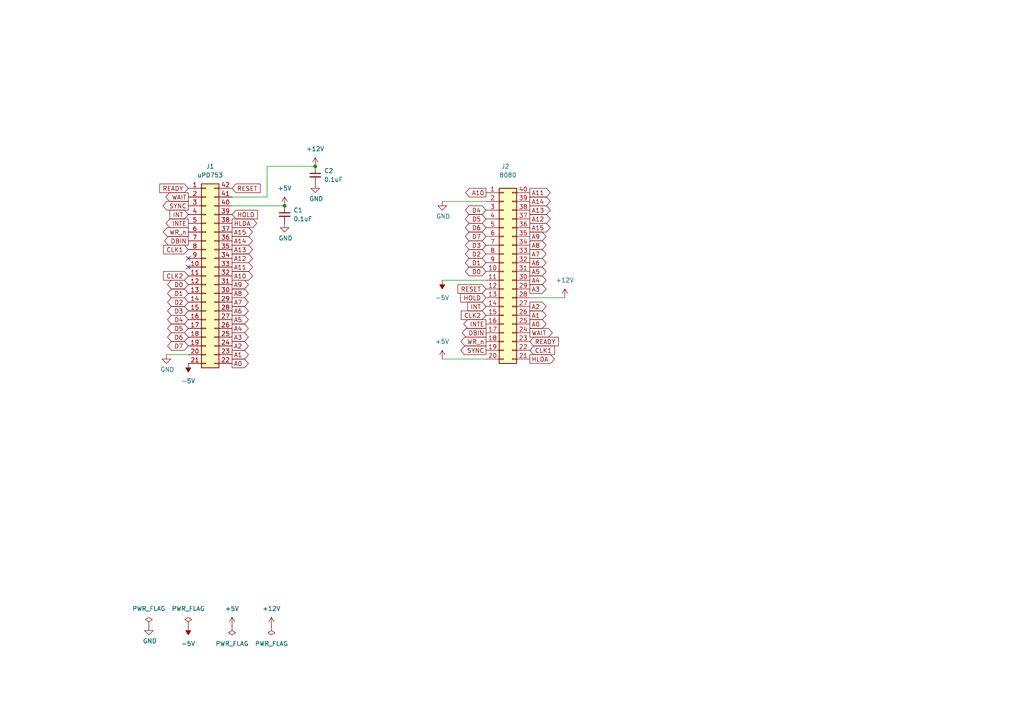
<source format=kicad_sch>
(kicad_sch
	(version 20231120)
	(generator "eeschema")
	(generator_version "8.0")
	(uuid "950dc676-9e3d-407d-bc99-f86cafc50614")
	(paper "A4")
	(title_block
		(title "uPD753 to 8080 adapter")
		(date "2024-09-01")
		(rev "1.0")
		(company "Ryo Mukai")
	)
	(lib_symbols
		(symbol "000_MyLibrary:C_Small"
			(pin_numbers hide)
			(pin_names
				(offset 0.254) hide)
			(exclude_from_sim no)
			(in_bom yes)
			(on_board yes)
			(property "Reference" "C"
				(at 0.254 1.778 0)
				(effects
					(font
						(size 1.27 1.27)
					)
					(justify left)
				)
			)
			(property "Value" "C_Small"
				(at 0.254 -2.032 0)
				(effects
					(font
						(size 1.27 1.27)
					)
					(justify left)
				)
			)
			(property "Footprint" ""
				(at 0 0 0)
				(effects
					(font
						(size 1.27 1.27)
					)
					(hide yes)
				)
			)
			(property "Datasheet" "~"
				(at 0 0 0)
				(effects
					(font
						(size 1.27 1.27)
					)
					(hide yes)
				)
			)
			(property "Description" "Unpolarized capacitor, small symbol"
				(at 0 0 0)
				(effects
					(font
						(size 1.27 1.27)
					)
					(hide yes)
				)
			)
			(property "ki_keywords" "capacitor cap"
				(at 0 0 0)
				(effects
					(font
						(size 1.27 1.27)
					)
					(hide yes)
				)
			)
			(property "ki_fp_filters" "C_*"
				(at 0 0 0)
				(effects
					(font
						(size 1.27 1.27)
					)
					(hide yes)
				)
			)
			(symbol "C_Small_0_1"
				(polyline
					(pts
						(xy -1.524 -0.508) (xy 1.524 -0.508)
					)
					(stroke
						(width 0.3302)
						(type default)
					)
					(fill
						(type none)
					)
				)
				(polyline
					(pts
						(xy -1.524 0.508) (xy 1.524 0.508)
					)
					(stroke
						(width 0.3048)
						(type default)
					)
					(fill
						(type none)
					)
				)
			)
			(symbol "C_Small_1_1"
				(pin passive line
					(at 0 2.54 270)
					(length 2.032)
					(name "~"
						(effects
							(font
								(size 1.27 1.27)
							)
						)
					)
					(number "1"
						(effects
							(font
								(size 1.27 1.27)
							)
						)
					)
				)
				(pin passive line
					(at 0 -2.54 90)
					(length 2.032)
					(name "~"
						(effects
							(font
								(size 1.27 1.27)
							)
						)
					)
					(number "2"
						(effects
							(font
								(size 1.27 1.27)
							)
						)
					)
				)
			)
		)
		(symbol "000_MyLibrary:Conn_02x20_Counter_Clockwise"
			(pin_names
				(offset 1.016) hide)
			(exclude_from_sim no)
			(in_bom yes)
			(on_board yes)
			(property "Reference" "J"
				(at 1.27 25.4 0)
				(effects
					(font
						(size 1.27 1.27)
					)
				)
			)
			(property "Value" "Conn_02x20_Counter_Clockwise"
				(at 1.27 -27.94 0)
				(effects
					(font
						(size 1.27 1.27)
					)
				)
			)
			(property "Footprint" ""
				(at 0 0 0)
				(effects
					(font
						(size 1.27 1.27)
					)
					(hide yes)
				)
			)
			(property "Datasheet" "~"
				(at 0 0 0)
				(effects
					(font
						(size 1.27 1.27)
					)
					(hide yes)
				)
			)
			(property "Description" "Generic connector, double row, 02x20, counter clockwise pin numbering scheme (similar to DIP package numbering), script generated (kicad-library-utils/schlib/autogen/connector/)"
				(at 0 0 0)
				(effects
					(font
						(size 1.27 1.27)
					)
					(hide yes)
				)
			)
			(property "ki_keywords" "connector"
				(at 0 0 0)
				(effects
					(font
						(size 1.27 1.27)
					)
					(hide yes)
				)
			)
			(property "ki_fp_filters" "Connector*:*_2x??_*"
				(at 0 0 0)
				(effects
					(font
						(size 1.27 1.27)
					)
					(hide yes)
				)
			)
			(symbol "Conn_02x20_Counter_Clockwise_1_1"
				(rectangle
					(start -1.27 -25.273)
					(end 0 -25.527)
					(stroke
						(width 0.1524)
						(type default)
					)
					(fill
						(type none)
					)
				)
				(rectangle
					(start -1.27 -22.733)
					(end 0 -22.987)
					(stroke
						(width 0.1524)
						(type default)
					)
					(fill
						(type none)
					)
				)
				(rectangle
					(start -1.27 -20.193)
					(end 0 -20.447)
					(stroke
						(width 0.1524)
						(type default)
					)
					(fill
						(type none)
					)
				)
				(rectangle
					(start -1.27 -17.653)
					(end 0 -17.907)
					(stroke
						(width 0.1524)
						(type default)
					)
					(fill
						(type none)
					)
				)
				(rectangle
					(start -1.27 -15.113)
					(end 0 -15.367)
					(stroke
						(width 0.1524)
						(type default)
					)
					(fill
						(type none)
					)
				)
				(rectangle
					(start -1.27 -12.573)
					(end 0 -12.827)
					(stroke
						(width 0.1524)
						(type default)
					)
					(fill
						(type none)
					)
				)
				(rectangle
					(start -1.27 -10.033)
					(end 0 -10.287)
					(stroke
						(width 0.1524)
						(type default)
					)
					(fill
						(type none)
					)
				)
				(rectangle
					(start -1.27 -7.493)
					(end 0 -7.747)
					(stroke
						(width 0.1524)
						(type default)
					)
					(fill
						(type none)
					)
				)
				(rectangle
					(start -1.27 -4.953)
					(end 0 -5.207)
					(stroke
						(width 0.1524)
						(type default)
					)
					(fill
						(type none)
					)
				)
				(rectangle
					(start -1.27 -2.413)
					(end 0 -2.667)
					(stroke
						(width 0.1524)
						(type default)
					)
					(fill
						(type none)
					)
				)
				(rectangle
					(start -1.27 0.127)
					(end 0 -0.127)
					(stroke
						(width 0.1524)
						(type default)
					)
					(fill
						(type none)
					)
				)
				(rectangle
					(start -1.27 2.667)
					(end 0 2.413)
					(stroke
						(width 0.1524)
						(type default)
					)
					(fill
						(type none)
					)
				)
				(rectangle
					(start -1.27 5.207)
					(end 0 4.953)
					(stroke
						(width 0.1524)
						(type default)
					)
					(fill
						(type none)
					)
				)
				(rectangle
					(start -1.27 7.747)
					(end 0 7.493)
					(stroke
						(width 0.1524)
						(type default)
					)
					(fill
						(type none)
					)
				)
				(rectangle
					(start -1.27 10.287)
					(end 0 10.033)
					(stroke
						(width 0.1524)
						(type default)
					)
					(fill
						(type none)
					)
				)
				(rectangle
					(start -1.27 12.827)
					(end 0 12.573)
					(stroke
						(width 0.1524)
						(type default)
					)
					(fill
						(type none)
					)
				)
				(rectangle
					(start -1.27 15.367)
					(end 0 15.113)
					(stroke
						(width 0.1524)
						(type default)
					)
					(fill
						(type none)
					)
				)
				(rectangle
					(start -1.27 17.907)
					(end 0 17.653)
					(stroke
						(width 0.1524)
						(type default)
					)
					(fill
						(type none)
					)
				)
				(rectangle
					(start -1.27 20.447)
					(end 0 20.193)
					(stroke
						(width 0.1524)
						(type default)
					)
					(fill
						(type none)
					)
				)
				(rectangle
					(start -1.27 22.987)
					(end 0 22.733)
					(stroke
						(width 0.1524)
						(type default)
					)
					(fill
						(type none)
					)
				)
				(rectangle
					(start -1.27 24.13)
					(end 3.81 -26.67)
					(stroke
						(width 0.254)
						(type default)
					)
					(fill
						(type background)
					)
				)
				(rectangle
					(start 3.81 -25.273)
					(end 2.54 -25.527)
					(stroke
						(width 0.1524)
						(type default)
					)
					(fill
						(type none)
					)
				)
				(rectangle
					(start 3.81 -22.733)
					(end 2.54 -22.987)
					(stroke
						(width 0.1524)
						(type default)
					)
					(fill
						(type none)
					)
				)
				(rectangle
					(start 3.81 -20.193)
					(end 2.54 -20.447)
					(stroke
						(width 0.1524)
						(type default)
					)
					(fill
						(type none)
					)
				)
				(rectangle
					(start 3.81 -17.653)
					(end 2.54 -17.907)
					(stroke
						(width 0.1524)
						(type default)
					)
					(fill
						(type none)
					)
				)
				(rectangle
					(start 3.81 -15.113)
					(end 2.54 -15.367)
					(stroke
						(width 0.1524)
						(type default)
					)
					(fill
						(type none)
					)
				)
				(rectangle
					(start 3.81 -12.573)
					(end 2.54 -12.827)
					(stroke
						(width 0.1524)
						(type default)
					)
					(fill
						(type none)
					)
				)
				(rectangle
					(start 3.81 -10.033)
					(end 2.54 -10.287)
					(stroke
						(width 0.1524)
						(type default)
					)
					(fill
						(type none)
					)
				)
				(rectangle
					(start 3.81 -7.493)
					(end 2.54 -7.747)
					(stroke
						(width 0.1524)
						(type default)
					)
					(fill
						(type none)
					)
				)
				(rectangle
					(start 3.81 -4.953)
					(end 2.54 -5.207)
					(stroke
						(width 0.1524)
						(type default)
					)
					(fill
						(type none)
					)
				)
				(rectangle
					(start 3.81 -2.413)
					(end 2.54 -2.667)
					(stroke
						(width 0.1524)
						(type default)
					)
					(fill
						(type none)
					)
				)
				(rectangle
					(start 3.81 0.127)
					(end 2.54 -0.127)
					(stroke
						(width 0.1524)
						(type default)
					)
					(fill
						(type none)
					)
				)
				(rectangle
					(start 3.81 2.667)
					(end 2.54 2.413)
					(stroke
						(width 0.1524)
						(type default)
					)
					(fill
						(type none)
					)
				)
				(rectangle
					(start 3.81 5.207)
					(end 2.54 4.953)
					(stroke
						(width 0.1524)
						(type default)
					)
					(fill
						(type none)
					)
				)
				(rectangle
					(start 3.81 7.747)
					(end 2.54 7.493)
					(stroke
						(width 0.1524)
						(type default)
					)
					(fill
						(type none)
					)
				)
				(rectangle
					(start 3.81 10.287)
					(end 2.54 10.033)
					(stroke
						(width 0.1524)
						(type default)
					)
					(fill
						(type none)
					)
				)
				(rectangle
					(start 3.81 12.827)
					(end 2.54 12.573)
					(stroke
						(width 0.1524)
						(type default)
					)
					(fill
						(type none)
					)
				)
				(rectangle
					(start 3.81 15.367)
					(end 2.54 15.113)
					(stroke
						(width 0.1524)
						(type default)
					)
					(fill
						(type none)
					)
				)
				(rectangle
					(start 3.81 17.907)
					(end 2.54 17.653)
					(stroke
						(width 0.1524)
						(type default)
					)
					(fill
						(type none)
					)
				)
				(rectangle
					(start 3.81 20.447)
					(end 2.54 20.193)
					(stroke
						(width 0.1524)
						(type default)
					)
					(fill
						(type none)
					)
				)
				(rectangle
					(start 3.81 22.987)
					(end 2.54 22.733)
					(stroke
						(width 0.1524)
						(type default)
					)
					(fill
						(type none)
					)
				)
				(pin passive line
					(at -5.08 22.86 0)
					(length 3.81)
					(name "Pin_1"
						(effects
							(font
								(size 1.27 1.27)
							)
						)
					)
					(number "1"
						(effects
							(font
								(size 1.27 1.27)
							)
						)
					)
				)
				(pin passive line
					(at -5.08 0 0)
					(length 3.81)
					(name "Pin_10"
						(effects
							(font
								(size 1.27 1.27)
							)
						)
					)
					(number "10"
						(effects
							(font
								(size 1.27 1.27)
							)
						)
					)
				)
				(pin passive line
					(at -5.08 -2.54 0)
					(length 3.81)
					(name "Pin_11"
						(effects
							(font
								(size 1.27 1.27)
							)
						)
					)
					(number "11"
						(effects
							(font
								(size 1.27 1.27)
							)
						)
					)
				)
				(pin passive line
					(at -5.08 -5.08 0)
					(length 3.81)
					(name "Pin_12"
						(effects
							(font
								(size 1.27 1.27)
							)
						)
					)
					(number "12"
						(effects
							(font
								(size 1.27 1.27)
							)
						)
					)
				)
				(pin passive line
					(at -5.08 -7.62 0)
					(length 3.81)
					(name "Pin_13"
						(effects
							(font
								(size 1.27 1.27)
							)
						)
					)
					(number "13"
						(effects
							(font
								(size 1.27 1.27)
							)
						)
					)
				)
				(pin passive line
					(at -5.08 -10.16 0)
					(length 3.81)
					(name "Pin_14"
						(effects
							(font
								(size 1.27 1.27)
							)
						)
					)
					(number "14"
						(effects
							(font
								(size 1.27 1.27)
							)
						)
					)
				)
				(pin passive line
					(at -5.08 -12.7 0)
					(length 3.81)
					(name "Pin_15"
						(effects
							(font
								(size 1.27 1.27)
							)
						)
					)
					(number "15"
						(effects
							(font
								(size 1.27 1.27)
							)
						)
					)
				)
				(pin passive line
					(at -5.08 -15.24 0)
					(length 3.81)
					(name "Pin_16"
						(effects
							(font
								(size 1.27 1.27)
							)
						)
					)
					(number "16"
						(effects
							(font
								(size 1.27 1.27)
							)
						)
					)
				)
				(pin passive line
					(at -5.08 -17.78 0)
					(length 3.81)
					(name "Pin_17"
						(effects
							(font
								(size 1.27 1.27)
							)
						)
					)
					(number "17"
						(effects
							(font
								(size 1.27 1.27)
							)
						)
					)
				)
				(pin passive line
					(at -5.08 -20.32 0)
					(length 3.81)
					(name "Pin_18"
						(effects
							(font
								(size 1.27 1.27)
							)
						)
					)
					(number "18"
						(effects
							(font
								(size 1.27 1.27)
							)
						)
					)
				)
				(pin passive line
					(at -5.08 -22.86 0)
					(length 3.81)
					(name "Pin_19"
						(effects
							(font
								(size 1.27 1.27)
							)
						)
					)
					(number "19"
						(effects
							(font
								(size 1.27 1.27)
							)
						)
					)
				)
				(pin passive line
					(at -5.08 20.32 0)
					(length 3.81)
					(name "Pin_2"
						(effects
							(font
								(size 1.27 1.27)
							)
						)
					)
					(number "2"
						(effects
							(font
								(size 1.27 1.27)
							)
						)
					)
				)
				(pin passive line
					(at -5.08 -25.4 0)
					(length 3.81)
					(name "Pin_20"
						(effects
							(font
								(size 1.27 1.27)
							)
						)
					)
					(number "20"
						(effects
							(font
								(size 1.27 1.27)
							)
						)
					)
				)
				(pin passive line
					(at 7.62 -25.4 180)
					(length 3.81)
					(name "Pin_21"
						(effects
							(font
								(size 1.27 1.27)
							)
						)
					)
					(number "21"
						(effects
							(font
								(size 1.27 1.27)
							)
						)
					)
				)
				(pin passive line
					(at 7.62 -22.86 180)
					(length 3.81)
					(name "Pin_22"
						(effects
							(font
								(size 1.27 1.27)
							)
						)
					)
					(number "22"
						(effects
							(font
								(size 1.27 1.27)
							)
						)
					)
				)
				(pin passive line
					(at 7.62 -20.32 180)
					(length 3.81)
					(name "Pin_23"
						(effects
							(font
								(size 1.27 1.27)
							)
						)
					)
					(number "23"
						(effects
							(font
								(size 1.27 1.27)
							)
						)
					)
				)
				(pin passive line
					(at 7.62 -17.78 180)
					(length 3.81)
					(name "Pin_24"
						(effects
							(font
								(size 1.27 1.27)
							)
						)
					)
					(number "24"
						(effects
							(font
								(size 1.27 1.27)
							)
						)
					)
				)
				(pin passive line
					(at 7.62 -15.24 180)
					(length 3.81)
					(name "Pin_25"
						(effects
							(font
								(size 1.27 1.27)
							)
						)
					)
					(number "25"
						(effects
							(font
								(size 1.27 1.27)
							)
						)
					)
				)
				(pin passive line
					(at 7.62 -12.7 180)
					(length 3.81)
					(name "Pin_26"
						(effects
							(font
								(size 1.27 1.27)
							)
						)
					)
					(number "26"
						(effects
							(font
								(size 1.27 1.27)
							)
						)
					)
				)
				(pin passive line
					(at 7.62 -10.16 180)
					(length 3.81)
					(name "Pin_27"
						(effects
							(font
								(size 1.27 1.27)
							)
						)
					)
					(number "27"
						(effects
							(font
								(size 1.27 1.27)
							)
						)
					)
				)
				(pin passive line
					(at 7.62 -7.62 180)
					(length 3.81)
					(name "Pin_28"
						(effects
							(font
								(size 1.27 1.27)
							)
						)
					)
					(number "28"
						(effects
							(font
								(size 1.27 1.27)
							)
						)
					)
				)
				(pin passive line
					(at 7.62 -5.08 180)
					(length 3.81)
					(name "Pin_29"
						(effects
							(font
								(size 1.27 1.27)
							)
						)
					)
					(number "29"
						(effects
							(font
								(size 1.27 1.27)
							)
						)
					)
				)
				(pin passive line
					(at -5.08 17.78 0)
					(length 3.81)
					(name "Pin_3"
						(effects
							(font
								(size 1.27 1.27)
							)
						)
					)
					(number "3"
						(effects
							(font
								(size 1.27 1.27)
							)
						)
					)
				)
				(pin passive line
					(at 7.62 -2.54 180)
					(length 3.81)
					(name "Pin_30"
						(effects
							(font
								(size 1.27 1.27)
							)
						)
					)
					(number "30"
						(effects
							(font
								(size 1.27 1.27)
							)
						)
					)
				)
				(pin passive line
					(at 7.62 0 180)
					(length 3.81)
					(name "Pin_31"
						(effects
							(font
								(size 1.27 1.27)
							)
						)
					)
					(number "31"
						(effects
							(font
								(size 1.27 1.27)
							)
						)
					)
				)
				(pin passive line
					(at 7.62 2.54 180)
					(length 3.81)
					(name "Pin_32"
						(effects
							(font
								(size 1.27 1.27)
							)
						)
					)
					(number "32"
						(effects
							(font
								(size 1.27 1.27)
							)
						)
					)
				)
				(pin passive line
					(at 7.62 5.08 180)
					(length 3.81)
					(name "Pin_33"
						(effects
							(font
								(size 1.27 1.27)
							)
						)
					)
					(number "33"
						(effects
							(font
								(size 1.27 1.27)
							)
						)
					)
				)
				(pin passive line
					(at 7.62 7.62 180)
					(length 3.81)
					(name "Pin_34"
						(effects
							(font
								(size 1.27 1.27)
							)
						)
					)
					(number "34"
						(effects
							(font
								(size 1.27 1.27)
							)
						)
					)
				)
				(pin passive line
					(at 7.62 10.16 180)
					(length 3.81)
					(name "Pin_35"
						(effects
							(font
								(size 1.27 1.27)
							)
						)
					)
					(number "35"
						(effects
							(font
								(size 1.27 1.27)
							)
						)
					)
				)
				(pin passive line
					(at 7.62 12.7 180)
					(length 3.81)
					(name "Pin_36"
						(effects
							(font
								(size 1.27 1.27)
							)
						)
					)
					(number "36"
						(effects
							(font
								(size 1.27 1.27)
							)
						)
					)
				)
				(pin passive line
					(at 7.62 15.24 180)
					(length 3.81)
					(name "Pin_37"
						(effects
							(font
								(size 1.27 1.27)
							)
						)
					)
					(number "37"
						(effects
							(font
								(size 1.27 1.27)
							)
						)
					)
				)
				(pin passive line
					(at 7.62 17.78 180)
					(length 3.81)
					(name "Pin_38"
						(effects
							(font
								(size 1.27 1.27)
							)
						)
					)
					(number "38"
						(effects
							(font
								(size 1.27 1.27)
							)
						)
					)
				)
				(pin passive line
					(at 7.62 20.32 180)
					(length 3.81)
					(name "Pin_39"
						(effects
							(font
								(size 1.27 1.27)
							)
						)
					)
					(number "39"
						(effects
							(font
								(size 1.27 1.27)
							)
						)
					)
				)
				(pin passive line
					(at -5.08 15.24 0)
					(length 3.81)
					(name "Pin_4"
						(effects
							(font
								(size 1.27 1.27)
							)
						)
					)
					(number "4"
						(effects
							(font
								(size 1.27 1.27)
							)
						)
					)
				)
				(pin passive line
					(at 7.62 22.86 180)
					(length 3.81)
					(name "Pin_40"
						(effects
							(font
								(size 1.27 1.27)
							)
						)
					)
					(number "40"
						(effects
							(font
								(size 1.27 1.27)
							)
						)
					)
				)
				(pin passive line
					(at -5.08 12.7 0)
					(length 3.81)
					(name "Pin_5"
						(effects
							(font
								(size 1.27 1.27)
							)
						)
					)
					(number "5"
						(effects
							(font
								(size 1.27 1.27)
							)
						)
					)
				)
				(pin passive line
					(at -5.08 10.16 0)
					(length 3.81)
					(name "Pin_6"
						(effects
							(font
								(size 1.27 1.27)
							)
						)
					)
					(number "6"
						(effects
							(font
								(size 1.27 1.27)
							)
						)
					)
				)
				(pin passive line
					(at -5.08 7.62 0)
					(length 3.81)
					(name "Pin_7"
						(effects
							(font
								(size 1.27 1.27)
							)
						)
					)
					(number "7"
						(effects
							(font
								(size 1.27 1.27)
							)
						)
					)
				)
				(pin passive line
					(at -5.08 5.08 0)
					(length 3.81)
					(name "Pin_8"
						(effects
							(font
								(size 1.27 1.27)
							)
						)
					)
					(number "8"
						(effects
							(font
								(size 1.27 1.27)
							)
						)
					)
				)
				(pin passive line
					(at -5.08 2.54 0)
					(length 3.81)
					(name "Pin_9"
						(effects
							(font
								(size 1.27 1.27)
							)
						)
					)
					(number "9"
						(effects
							(font
								(size 1.27 1.27)
							)
						)
					)
				)
			)
		)
		(symbol "000_MyLibrary:Conn_02x21_Counter_Clockwise"
			(pin_names
				(offset 1.016) hide)
			(exclude_from_sim no)
			(in_bom yes)
			(on_board yes)
			(property "Reference" "J"
				(at 1.27 27.94 0)
				(effects
					(font
						(size 1.27 1.27)
					)
				)
			)
			(property "Value" "Conn_02x21_Counter_Clockwise"
				(at 1.27 -27.94 0)
				(effects
					(font
						(size 1.27 1.27)
					)
				)
			)
			(property "Footprint" ""
				(at 0 0 0)
				(effects
					(font
						(size 1.27 1.27)
					)
					(hide yes)
				)
			)
			(property "Datasheet" "~"
				(at 0 0 0)
				(effects
					(font
						(size 1.27 1.27)
					)
					(hide yes)
				)
			)
			(property "Description" "Generic connector, double row, 02x21, counter clockwise pin numbering scheme (similar to DIP package numbering), script generated (kicad-library-utils/schlib/autogen/connector/)"
				(at 0 0 0)
				(effects
					(font
						(size 1.27 1.27)
					)
					(hide yes)
				)
			)
			(property "ki_keywords" "connector"
				(at 0 0 0)
				(effects
					(font
						(size 1.27 1.27)
					)
					(hide yes)
				)
			)
			(property "ki_fp_filters" "Connector*:*_2x??_*"
				(at 0 0 0)
				(effects
					(font
						(size 1.27 1.27)
					)
					(hide yes)
				)
			)
			(symbol "Conn_02x21_Counter_Clockwise_1_1"
				(rectangle
					(start -1.27 -25.273)
					(end 0 -25.527)
					(stroke
						(width 0.1524)
						(type default)
					)
					(fill
						(type none)
					)
				)
				(rectangle
					(start -1.27 -22.733)
					(end 0 -22.987)
					(stroke
						(width 0.1524)
						(type default)
					)
					(fill
						(type none)
					)
				)
				(rectangle
					(start -1.27 -20.193)
					(end 0 -20.447)
					(stroke
						(width 0.1524)
						(type default)
					)
					(fill
						(type none)
					)
				)
				(rectangle
					(start -1.27 -17.653)
					(end 0 -17.907)
					(stroke
						(width 0.1524)
						(type default)
					)
					(fill
						(type none)
					)
				)
				(rectangle
					(start -1.27 -15.113)
					(end 0 -15.367)
					(stroke
						(width 0.1524)
						(type default)
					)
					(fill
						(type none)
					)
				)
				(rectangle
					(start -1.27 -12.573)
					(end 0 -12.827)
					(stroke
						(width 0.1524)
						(type default)
					)
					(fill
						(type none)
					)
				)
				(rectangle
					(start -1.27 -10.033)
					(end 0 -10.287)
					(stroke
						(width 0.1524)
						(type default)
					)
					(fill
						(type none)
					)
				)
				(rectangle
					(start -1.27 -7.493)
					(end 0 -7.747)
					(stroke
						(width 0.1524)
						(type default)
					)
					(fill
						(type none)
					)
				)
				(rectangle
					(start -1.27 -4.953)
					(end 0 -5.207)
					(stroke
						(width 0.1524)
						(type default)
					)
					(fill
						(type none)
					)
				)
				(rectangle
					(start -1.27 -2.413)
					(end 0 -2.667)
					(stroke
						(width 0.1524)
						(type default)
					)
					(fill
						(type none)
					)
				)
				(rectangle
					(start -1.27 0.127)
					(end 0 -0.127)
					(stroke
						(width 0.1524)
						(type default)
					)
					(fill
						(type none)
					)
				)
				(rectangle
					(start -1.27 2.667)
					(end 0 2.413)
					(stroke
						(width 0.1524)
						(type default)
					)
					(fill
						(type none)
					)
				)
				(rectangle
					(start -1.27 5.207)
					(end 0 4.953)
					(stroke
						(width 0.1524)
						(type default)
					)
					(fill
						(type none)
					)
				)
				(rectangle
					(start -1.27 7.747)
					(end 0 7.493)
					(stroke
						(width 0.1524)
						(type default)
					)
					(fill
						(type none)
					)
				)
				(rectangle
					(start -1.27 10.287)
					(end 0 10.033)
					(stroke
						(width 0.1524)
						(type default)
					)
					(fill
						(type none)
					)
				)
				(rectangle
					(start -1.27 12.827)
					(end 0 12.573)
					(stroke
						(width 0.1524)
						(type default)
					)
					(fill
						(type none)
					)
				)
				(rectangle
					(start -1.27 15.367)
					(end 0 15.113)
					(stroke
						(width 0.1524)
						(type default)
					)
					(fill
						(type none)
					)
				)
				(rectangle
					(start -1.27 17.907)
					(end 0 17.653)
					(stroke
						(width 0.1524)
						(type default)
					)
					(fill
						(type none)
					)
				)
				(rectangle
					(start -1.27 20.447)
					(end 0 20.193)
					(stroke
						(width 0.1524)
						(type default)
					)
					(fill
						(type none)
					)
				)
				(rectangle
					(start -1.27 22.987)
					(end 0 22.733)
					(stroke
						(width 0.1524)
						(type default)
					)
					(fill
						(type none)
					)
				)
				(rectangle
					(start -1.27 25.527)
					(end 0 25.273)
					(stroke
						(width 0.1524)
						(type default)
					)
					(fill
						(type none)
					)
				)
				(rectangle
					(start -1.27 26.67)
					(end 3.81 -26.67)
					(stroke
						(width 0.254)
						(type default)
					)
					(fill
						(type background)
					)
				)
				(rectangle
					(start 3.81 -25.273)
					(end 2.54 -25.527)
					(stroke
						(width 0.1524)
						(type default)
					)
					(fill
						(type none)
					)
				)
				(rectangle
					(start 3.81 -22.733)
					(end 2.54 -22.987)
					(stroke
						(width 0.1524)
						(type default)
					)
					(fill
						(type none)
					)
				)
				(rectangle
					(start 3.81 -20.193)
					(end 2.54 -20.447)
					(stroke
						(width 0.1524)
						(type default)
					)
					(fill
						(type none)
					)
				)
				(rectangle
					(start 3.81 -17.653)
					(end 2.54 -17.907)
					(stroke
						(width 0.1524)
						(type default)
					)
					(fill
						(type none)
					)
				)
				(rectangle
					(start 3.81 -15.113)
					(end 2.54 -15.367)
					(stroke
						(width 0.1524)
						(type default)
					)
					(fill
						(type none)
					)
				)
				(rectangle
					(start 3.81 -12.573)
					(end 2.54 -12.827)
					(stroke
						(width 0.1524)
						(type default)
					)
					(fill
						(type none)
					)
				)
				(rectangle
					(start 3.81 -10.033)
					(end 2.54 -10.287)
					(stroke
						(width 0.1524)
						(type default)
					)
					(fill
						(type none)
					)
				)
				(rectangle
					(start 3.81 -7.493)
					(end 2.54 -7.747)
					(stroke
						(width 0.1524)
						(type default)
					)
					(fill
						(type none)
					)
				)
				(rectangle
					(start 3.81 -4.953)
					(end 2.54 -5.207)
					(stroke
						(width 0.1524)
						(type default)
					)
					(fill
						(type none)
					)
				)
				(rectangle
					(start 3.81 -2.413)
					(end 2.54 -2.667)
					(stroke
						(width 0.1524)
						(type default)
					)
					(fill
						(type none)
					)
				)
				(rectangle
					(start 3.81 0.127)
					(end 2.54 -0.127)
					(stroke
						(width 0.1524)
						(type default)
					)
					(fill
						(type none)
					)
				)
				(rectangle
					(start 3.81 2.667)
					(end 2.54 2.413)
					(stroke
						(width 0.1524)
						(type default)
					)
					(fill
						(type none)
					)
				)
				(rectangle
					(start 3.81 5.207)
					(end 2.54 4.953)
					(stroke
						(width 0.1524)
						(type default)
					)
					(fill
						(type none)
					)
				)
				(rectangle
					(start 3.81 7.747)
					(end 2.54 7.493)
					(stroke
						(width 0.1524)
						(type default)
					)
					(fill
						(type none)
					)
				)
				(rectangle
					(start 3.81 10.287)
					(end 2.54 10.033)
					(stroke
						(width 0.1524)
						(type default)
					)
					(fill
						(type none)
					)
				)
				(rectangle
					(start 3.81 12.827)
					(end 2.54 12.573)
					(stroke
						(width 0.1524)
						(type default)
					)
					(fill
						(type none)
					)
				)
				(rectangle
					(start 3.81 15.367)
					(end 2.54 15.113)
					(stroke
						(width 0.1524)
						(type default)
					)
					(fill
						(type none)
					)
				)
				(rectangle
					(start 3.81 17.907)
					(end 2.54 17.653)
					(stroke
						(width 0.1524)
						(type default)
					)
					(fill
						(type none)
					)
				)
				(rectangle
					(start 3.81 20.447)
					(end 2.54 20.193)
					(stroke
						(width 0.1524)
						(type default)
					)
					(fill
						(type none)
					)
				)
				(rectangle
					(start 3.81 22.987)
					(end 2.54 22.733)
					(stroke
						(width 0.1524)
						(type default)
					)
					(fill
						(type none)
					)
				)
				(rectangle
					(start 3.81 25.527)
					(end 2.54 25.273)
					(stroke
						(width 0.1524)
						(type default)
					)
					(fill
						(type none)
					)
				)
				(pin passive line
					(at -5.08 25.4 0)
					(length 3.81)
					(name "Pin_1"
						(effects
							(font
								(size 1.27 1.27)
							)
						)
					)
					(number "1"
						(effects
							(font
								(size 1.27 1.27)
							)
						)
					)
				)
				(pin passive line
					(at -5.08 2.54 0)
					(length 3.81)
					(name "Pin_10"
						(effects
							(font
								(size 1.27 1.27)
							)
						)
					)
					(number "10"
						(effects
							(font
								(size 1.27 1.27)
							)
						)
					)
				)
				(pin passive line
					(at -5.08 0 0)
					(length 3.81)
					(name "Pin_11"
						(effects
							(font
								(size 1.27 1.27)
							)
						)
					)
					(number "11"
						(effects
							(font
								(size 1.27 1.27)
							)
						)
					)
				)
				(pin passive line
					(at -5.08 -2.54 0)
					(length 3.81)
					(name "Pin_12"
						(effects
							(font
								(size 1.27 1.27)
							)
						)
					)
					(number "12"
						(effects
							(font
								(size 1.27 1.27)
							)
						)
					)
				)
				(pin passive line
					(at -5.08 -5.08 0)
					(length 3.81)
					(name "Pin_13"
						(effects
							(font
								(size 1.27 1.27)
							)
						)
					)
					(number "13"
						(effects
							(font
								(size 1.27 1.27)
							)
						)
					)
				)
				(pin passive line
					(at -5.08 -7.62 0)
					(length 3.81)
					(name "Pin_14"
						(effects
							(font
								(size 1.27 1.27)
							)
						)
					)
					(number "14"
						(effects
							(font
								(size 1.27 1.27)
							)
						)
					)
				)
				(pin passive line
					(at -5.08 -10.16 0)
					(length 3.81)
					(name "Pin_15"
						(effects
							(font
								(size 1.27 1.27)
							)
						)
					)
					(number "15"
						(effects
							(font
								(size 1.27 1.27)
							)
						)
					)
				)
				(pin passive line
					(at -5.08 -12.7 0)
					(length 3.81)
					(name "Pin_16"
						(effects
							(font
								(size 1.27 1.27)
							)
						)
					)
					(number "16"
						(effects
							(font
								(size 1.27 1.27)
							)
						)
					)
				)
				(pin passive line
					(at -5.08 -15.24 0)
					(length 3.81)
					(name "Pin_17"
						(effects
							(font
								(size 1.27 1.27)
							)
						)
					)
					(number "17"
						(effects
							(font
								(size 1.27 1.27)
							)
						)
					)
				)
				(pin passive line
					(at -5.08 -17.78 0)
					(length 3.81)
					(name "Pin_18"
						(effects
							(font
								(size 1.27 1.27)
							)
						)
					)
					(number "18"
						(effects
							(font
								(size 1.27 1.27)
							)
						)
					)
				)
				(pin passive line
					(at -5.08 -20.32 0)
					(length 3.81)
					(name "Pin_19"
						(effects
							(font
								(size 1.27 1.27)
							)
						)
					)
					(number "19"
						(effects
							(font
								(size 1.27 1.27)
							)
						)
					)
				)
				(pin passive line
					(at -5.08 22.86 0)
					(length 3.81)
					(name "Pin_2"
						(effects
							(font
								(size 1.27 1.27)
							)
						)
					)
					(number "2"
						(effects
							(font
								(size 1.27 1.27)
							)
						)
					)
				)
				(pin passive line
					(at -5.08 -22.86 0)
					(length 3.81)
					(name "Pin_20"
						(effects
							(font
								(size 1.27 1.27)
							)
						)
					)
					(number "20"
						(effects
							(font
								(size 1.27 1.27)
							)
						)
					)
				)
				(pin passive line
					(at -5.08 -25.4 0)
					(length 3.81)
					(name "Pin_21"
						(effects
							(font
								(size 1.27 1.27)
							)
						)
					)
					(number "21"
						(effects
							(font
								(size 1.27 1.27)
							)
						)
					)
				)
				(pin passive line
					(at 7.62 -25.4 180)
					(length 3.81)
					(name "Pin_22"
						(effects
							(font
								(size 1.27 1.27)
							)
						)
					)
					(number "22"
						(effects
							(font
								(size 1.27 1.27)
							)
						)
					)
				)
				(pin passive line
					(at 7.62 -22.86 180)
					(length 3.81)
					(name "Pin_23"
						(effects
							(font
								(size 1.27 1.27)
							)
						)
					)
					(number "23"
						(effects
							(font
								(size 1.27 1.27)
							)
						)
					)
				)
				(pin passive line
					(at 7.62 -20.32 180)
					(length 3.81)
					(name "Pin_24"
						(effects
							(font
								(size 1.27 1.27)
							)
						)
					)
					(number "24"
						(effects
							(font
								(size 1.27 1.27)
							)
						)
					)
				)
				(pin passive line
					(at 7.62 -17.78 180)
					(length 3.81)
					(name "Pin_25"
						(effects
							(font
								(size 1.27 1.27)
							)
						)
					)
					(number "25"
						(effects
							(font
								(size 1.27 1.27)
							)
						)
					)
				)
				(pin passive line
					(at 7.62 -15.24 180)
					(length 3.81)
					(name "Pin_26"
						(effects
							(font
								(size 1.27 1.27)
							)
						)
					)
					(number "26"
						(effects
							(font
								(size 1.27 1.27)
							)
						)
					)
				)
				(pin passive line
					(at 7.62 -12.7 180)
					(length 3.81)
					(name "Pin_27"
						(effects
							(font
								(size 1.27 1.27)
							)
						)
					)
					(number "27"
						(effects
							(font
								(size 1.27 1.27)
							)
						)
					)
				)
				(pin passive line
					(at 7.62 -10.16 180)
					(length 3.81)
					(name "Pin_28"
						(effects
							(font
								(size 1.27 1.27)
							)
						)
					)
					(number "28"
						(effects
							(font
								(size 1.27 1.27)
							)
						)
					)
				)
				(pin passive line
					(at 7.62 -7.62 180)
					(length 3.81)
					(name "Pin_29"
						(effects
							(font
								(size 1.27 1.27)
							)
						)
					)
					(number "29"
						(effects
							(font
								(size 1.27 1.27)
							)
						)
					)
				)
				(pin passive line
					(at -5.08 20.32 0)
					(length 3.81)
					(name "Pin_3"
						(effects
							(font
								(size 1.27 1.27)
							)
						)
					)
					(number "3"
						(effects
							(font
								(size 1.27 1.27)
							)
						)
					)
				)
				(pin passive line
					(at 7.62 -5.08 180)
					(length 3.81)
					(name "Pin_30"
						(effects
							(font
								(size 1.27 1.27)
							)
						)
					)
					(number "30"
						(effects
							(font
								(size 1.27 1.27)
							)
						)
					)
				)
				(pin passive line
					(at 7.62 -2.54 180)
					(length 3.81)
					(name "Pin_31"
						(effects
							(font
								(size 1.27 1.27)
							)
						)
					)
					(number "31"
						(effects
							(font
								(size 1.27 1.27)
							)
						)
					)
				)
				(pin passive line
					(at 7.62 0 180)
					(length 3.81)
					(name "Pin_32"
						(effects
							(font
								(size 1.27 1.27)
							)
						)
					)
					(number "32"
						(effects
							(font
								(size 1.27 1.27)
							)
						)
					)
				)
				(pin passive line
					(at 7.62 2.54 180)
					(length 3.81)
					(name "Pin_33"
						(effects
							(font
								(size 1.27 1.27)
							)
						)
					)
					(number "33"
						(effects
							(font
								(size 1.27 1.27)
							)
						)
					)
				)
				(pin passive line
					(at 7.62 5.08 180)
					(length 3.81)
					(name "Pin_34"
						(effects
							(font
								(size 1.27 1.27)
							)
						)
					)
					(number "34"
						(effects
							(font
								(size 1.27 1.27)
							)
						)
					)
				)
				(pin passive line
					(at 7.62 7.62 180)
					(length 3.81)
					(name "Pin_35"
						(effects
							(font
								(size 1.27 1.27)
							)
						)
					)
					(number "35"
						(effects
							(font
								(size 1.27 1.27)
							)
						)
					)
				)
				(pin passive line
					(at 7.62 10.16 180)
					(length 3.81)
					(name "Pin_36"
						(effects
							(font
								(size 1.27 1.27)
							)
						)
					)
					(number "36"
						(effects
							(font
								(size 1.27 1.27)
							)
						)
					)
				)
				(pin passive line
					(at 7.62 12.7 180)
					(length 3.81)
					(name "Pin_37"
						(effects
							(font
								(size 1.27 1.27)
							)
						)
					)
					(number "37"
						(effects
							(font
								(size 1.27 1.27)
							)
						)
					)
				)
				(pin passive line
					(at 7.62 15.24 180)
					(length 3.81)
					(name "Pin_38"
						(effects
							(font
								(size 1.27 1.27)
							)
						)
					)
					(number "38"
						(effects
							(font
								(size 1.27 1.27)
							)
						)
					)
				)
				(pin passive line
					(at 7.62 17.78 180)
					(length 3.81)
					(name "Pin_39"
						(effects
							(font
								(size 1.27 1.27)
							)
						)
					)
					(number "39"
						(effects
							(font
								(size 1.27 1.27)
							)
						)
					)
				)
				(pin passive line
					(at -5.08 17.78 0)
					(length 3.81)
					(name "Pin_4"
						(effects
							(font
								(size 1.27 1.27)
							)
						)
					)
					(number "4"
						(effects
							(font
								(size 1.27 1.27)
							)
						)
					)
				)
				(pin passive line
					(at 7.62 20.32 180)
					(length 3.81)
					(name "Pin_40"
						(effects
							(font
								(size 1.27 1.27)
							)
						)
					)
					(number "40"
						(effects
							(font
								(size 1.27 1.27)
							)
						)
					)
				)
				(pin passive line
					(at 7.62 22.86 180)
					(length 3.81)
					(name "Pin_41"
						(effects
							(font
								(size 1.27 1.27)
							)
						)
					)
					(number "41"
						(effects
							(font
								(size 1.27 1.27)
							)
						)
					)
				)
				(pin passive line
					(at 7.62 25.4 180)
					(length 3.81)
					(name "Pin_42"
						(effects
							(font
								(size 1.27 1.27)
							)
						)
					)
					(number "42"
						(effects
							(font
								(size 1.27 1.27)
							)
						)
					)
				)
				(pin passive line
					(at -5.08 15.24 0)
					(length 3.81)
					(name "Pin_5"
						(effects
							(font
								(size 1.27 1.27)
							)
						)
					)
					(number "5"
						(effects
							(font
								(size 1.27 1.27)
							)
						)
					)
				)
				(pin passive line
					(at -5.08 12.7 0)
					(length 3.81)
					(name "Pin_6"
						(effects
							(font
								(size 1.27 1.27)
							)
						)
					)
					(number "6"
						(effects
							(font
								(size 1.27 1.27)
							)
						)
					)
				)
				(pin passive line
					(at -5.08 10.16 0)
					(length 3.81)
					(name "Pin_7"
						(effects
							(font
								(size 1.27 1.27)
							)
						)
					)
					(number "7"
						(effects
							(font
								(size 1.27 1.27)
							)
						)
					)
				)
				(pin passive line
					(at -5.08 7.62 0)
					(length 3.81)
					(name "Pin_8"
						(effects
							(font
								(size 1.27 1.27)
							)
						)
					)
					(number "8"
						(effects
							(font
								(size 1.27 1.27)
							)
						)
					)
				)
				(pin passive line
					(at -5.08 5.08 0)
					(length 3.81)
					(name "Pin_9"
						(effects
							(font
								(size 1.27 1.27)
							)
						)
					)
					(number "9"
						(effects
							(font
								(size 1.27 1.27)
							)
						)
					)
				)
			)
		)
		(symbol "power:+12V"
			(power)
			(pin_numbers hide)
			(pin_names
				(offset 0) hide)
			(exclude_from_sim no)
			(in_bom yes)
			(on_board yes)
			(property "Reference" "#PWR"
				(at 0 -3.81 0)
				(effects
					(font
						(size 1.27 1.27)
					)
					(hide yes)
				)
			)
			(property "Value" "+12V"
				(at 0 3.556 0)
				(effects
					(font
						(size 1.27 1.27)
					)
				)
			)
			(property "Footprint" ""
				(at 0 0 0)
				(effects
					(font
						(size 1.27 1.27)
					)
					(hide yes)
				)
			)
			(property "Datasheet" ""
				(at 0 0 0)
				(effects
					(font
						(size 1.27 1.27)
					)
					(hide yes)
				)
			)
			(property "Description" "Power symbol creates a global label with name \"+12V\""
				(at 0 0 0)
				(effects
					(font
						(size 1.27 1.27)
					)
					(hide yes)
				)
			)
			(property "ki_keywords" "global power"
				(at 0 0 0)
				(effects
					(font
						(size 1.27 1.27)
					)
					(hide yes)
				)
			)
			(symbol "+12V_0_1"
				(polyline
					(pts
						(xy -0.762 1.27) (xy 0 2.54)
					)
					(stroke
						(width 0)
						(type default)
					)
					(fill
						(type none)
					)
				)
				(polyline
					(pts
						(xy 0 0) (xy 0 2.54)
					)
					(stroke
						(width 0)
						(type default)
					)
					(fill
						(type none)
					)
				)
				(polyline
					(pts
						(xy 0 2.54) (xy 0.762 1.27)
					)
					(stroke
						(width 0)
						(type default)
					)
					(fill
						(type none)
					)
				)
			)
			(symbol "+12V_1_1"
				(pin power_in line
					(at 0 0 90)
					(length 0)
					(name "~"
						(effects
							(font
								(size 1.27 1.27)
							)
						)
					)
					(number "1"
						(effects
							(font
								(size 1.27 1.27)
							)
						)
					)
				)
			)
		)
		(symbol "power:+5V"
			(power)
			(pin_numbers hide)
			(pin_names
				(offset 0) hide)
			(exclude_from_sim no)
			(in_bom yes)
			(on_board yes)
			(property "Reference" "#PWR"
				(at 0 -3.81 0)
				(effects
					(font
						(size 1.27 1.27)
					)
					(hide yes)
				)
			)
			(property "Value" "+5V"
				(at 0 3.556 0)
				(effects
					(font
						(size 1.27 1.27)
					)
				)
			)
			(property "Footprint" ""
				(at 0 0 0)
				(effects
					(font
						(size 1.27 1.27)
					)
					(hide yes)
				)
			)
			(property "Datasheet" ""
				(at 0 0 0)
				(effects
					(font
						(size 1.27 1.27)
					)
					(hide yes)
				)
			)
			(property "Description" "Power symbol creates a global label with name \"+5V\""
				(at 0 0 0)
				(effects
					(font
						(size 1.27 1.27)
					)
					(hide yes)
				)
			)
			(property "ki_keywords" "global power"
				(at 0 0 0)
				(effects
					(font
						(size 1.27 1.27)
					)
					(hide yes)
				)
			)
			(symbol "+5V_0_1"
				(polyline
					(pts
						(xy -0.762 1.27) (xy 0 2.54)
					)
					(stroke
						(width 0)
						(type default)
					)
					(fill
						(type none)
					)
				)
				(polyline
					(pts
						(xy 0 0) (xy 0 2.54)
					)
					(stroke
						(width 0)
						(type default)
					)
					(fill
						(type none)
					)
				)
				(polyline
					(pts
						(xy 0 2.54) (xy 0.762 1.27)
					)
					(stroke
						(width 0)
						(type default)
					)
					(fill
						(type none)
					)
				)
			)
			(symbol "+5V_1_1"
				(pin power_in line
					(at 0 0 90)
					(length 0)
					(name "~"
						(effects
							(font
								(size 1.27 1.27)
							)
						)
					)
					(number "1"
						(effects
							(font
								(size 1.27 1.27)
							)
						)
					)
				)
			)
		)
		(symbol "power:-5V"
			(power)
			(pin_numbers hide)
			(pin_names
				(offset 0) hide)
			(exclude_from_sim no)
			(in_bom yes)
			(on_board yes)
			(property "Reference" "#PWR"
				(at 0 -3.81 0)
				(effects
					(font
						(size 1.27 1.27)
					)
					(hide yes)
				)
			)
			(property "Value" "-5V"
				(at 0 3.556 0)
				(effects
					(font
						(size 1.27 1.27)
					)
				)
			)
			(property "Footprint" ""
				(at 0 0 0)
				(effects
					(font
						(size 1.27 1.27)
					)
					(hide yes)
				)
			)
			(property "Datasheet" ""
				(at 0 0 0)
				(effects
					(font
						(size 1.27 1.27)
					)
					(hide yes)
				)
			)
			(property "Description" "Power symbol creates a global label with name \"-5V\""
				(at 0 0 0)
				(effects
					(font
						(size 1.27 1.27)
					)
					(hide yes)
				)
			)
			(property "ki_keywords" "global power"
				(at 0 0 0)
				(effects
					(font
						(size 1.27 1.27)
					)
					(hide yes)
				)
			)
			(symbol "-5V_0_0"
				(pin power_in line
					(at 0 0 90)
					(length 0)
					(name "~"
						(effects
							(font
								(size 1.27 1.27)
							)
						)
					)
					(number "1"
						(effects
							(font
								(size 1.27 1.27)
							)
						)
					)
				)
			)
			(symbol "-5V_0_1"
				(polyline
					(pts
						(xy 0 0) (xy 0 1.27) (xy 0.762 1.27) (xy 0 2.54) (xy -0.762 1.27) (xy 0 1.27)
					)
					(stroke
						(width 0)
						(type default)
					)
					(fill
						(type outline)
					)
				)
			)
		)
		(symbol "power:GND"
			(power)
			(pin_numbers hide)
			(pin_names
				(offset 0) hide)
			(exclude_from_sim no)
			(in_bom yes)
			(on_board yes)
			(property "Reference" "#PWR"
				(at 0 -6.35 0)
				(effects
					(font
						(size 1.27 1.27)
					)
					(hide yes)
				)
			)
			(property "Value" "GND"
				(at 0 -3.81 0)
				(effects
					(font
						(size 1.27 1.27)
					)
				)
			)
			(property "Footprint" ""
				(at 0 0 0)
				(effects
					(font
						(size 1.27 1.27)
					)
					(hide yes)
				)
			)
			(property "Datasheet" ""
				(at 0 0 0)
				(effects
					(font
						(size 1.27 1.27)
					)
					(hide yes)
				)
			)
			(property "Description" "Power symbol creates a global label with name \"GND\" , ground"
				(at 0 0 0)
				(effects
					(font
						(size 1.27 1.27)
					)
					(hide yes)
				)
			)
			(property "ki_keywords" "global power"
				(at 0 0 0)
				(effects
					(font
						(size 1.27 1.27)
					)
					(hide yes)
				)
			)
			(symbol "GND_0_1"
				(polyline
					(pts
						(xy 0 0) (xy 0 -1.27) (xy 1.27 -1.27) (xy 0 -2.54) (xy -1.27 -1.27) (xy 0 -1.27)
					)
					(stroke
						(width 0)
						(type default)
					)
					(fill
						(type none)
					)
				)
			)
			(symbol "GND_1_1"
				(pin power_in line
					(at 0 0 270)
					(length 0)
					(name "~"
						(effects
							(font
								(size 1.27 1.27)
							)
						)
					)
					(number "1"
						(effects
							(font
								(size 1.27 1.27)
							)
						)
					)
				)
			)
		)
		(symbol "power:PWR_FLAG"
			(power)
			(pin_numbers hide)
			(pin_names
				(offset 0) hide)
			(exclude_from_sim no)
			(in_bom yes)
			(on_board yes)
			(property "Reference" "#FLG"
				(at 0 1.905 0)
				(effects
					(font
						(size 1.27 1.27)
					)
					(hide yes)
				)
			)
			(property "Value" "PWR_FLAG"
				(at 0 3.81 0)
				(effects
					(font
						(size 1.27 1.27)
					)
				)
			)
			(property "Footprint" ""
				(at 0 0 0)
				(effects
					(font
						(size 1.27 1.27)
					)
					(hide yes)
				)
			)
			(property "Datasheet" "~"
				(at 0 0 0)
				(effects
					(font
						(size 1.27 1.27)
					)
					(hide yes)
				)
			)
			(property "Description" "Special symbol for telling ERC where power comes from"
				(at 0 0 0)
				(effects
					(font
						(size 1.27 1.27)
					)
					(hide yes)
				)
			)
			(property "ki_keywords" "flag power"
				(at 0 0 0)
				(effects
					(font
						(size 1.27 1.27)
					)
					(hide yes)
				)
			)
			(symbol "PWR_FLAG_0_0"
				(pin power_out line
					(at 0 0 90)
					(length 0)
					(name "~"
						(effects
							(font
								(size 1.27 1.27)
							)
						)
					)
					(number "1"
						(effects
							(font
								(size 1.27 1.27)
							)
						)
					)
				)
			)
			(symbol "PWR_FLAG_0_1"
				(polyline
					(pts
						(xy 0 0) (xy 0 1.27) (xy -1.016 1.905) (xy 0 2.54) (xy 1.016 1.905) (xy 0 1.27)
					)
					(stroke
						(width 0)
						(type default)
					)
					(fill
						(type none)
					)
				)
			)
		)
	)
	(junction
		(at 91.44 48.26)
		(diameter 0)
		(color 0 0 0 0)
		(uuid "9f2fa33b-88e9-46c9-9310-c7c58001aa6b")
	)
	(junction
		(at 82.55 59.69)
		(diameter 0)
		(color 0 0 0 0)
		(uuid "a0c75398-2927-40a6-afc8-8858b997fef6")
	)
	(no_connect
		(at 54.61 74.93)
		(uuid "4aff7549-62a5-4768-ae2c-2693777c9ec1")
	)
	(no_connect
		(at 54.61 77.47)
		(uuid "4ccd18ad-2513-47e5-903a-3eac3145fe1f")
	)
	(wire
		(pts
			(xy 48.26 102.87) (xy 54.61 102.87)
		)
		(stroke
			(width 0)
			(type default)
		)
		(uuid "064525ce-7365-4255-b995-b3f94d8abac7")
	)
	(wire
		(pts
			(xy 128.27 58.42) (xy 140.97 58.42)
		)
		(stroke
			(width 0)
			(type default)
		)
		(uuid "250729de-e1c5-46fb-bbd9-c550a6a7217b")
	)
	(wire
		(pts
			(xy 67.31 57.15) (xy 77.47 57.15)
		)
		(stroke
			(width 0)
			(type default)
		)
		(uuid "38e67dbf-189b-48bb-880d-027fe8b0ef49")
	)
	(wire
		(pts
			(xy 153.67 86.36) (xy 163.83 86.36)
		)
		(stroke
			(width 0)
			(type default)
		)
		(uuid "392aecc1-8c55-4edf-87b4-fee8d281b934")
	)
	(wire
		(pts
			(xy 77.47 48.26) (xy 91.44 48.26)
		)
		(stroke
			(width 0)
			(type default)
		)
		(uuid "776a0f14-1e93-4de3-9e19-23dceb78c0cf")
	)
	(wire
		(pts
			(xy 67.31 59.69) (xy 82.55 59.69)
		)
		(stroke
			(width 0)
			(type default)
		)
		(uuid "98b1da03-6c41-4bb2-97d2-080d1c178d3c")
	)
	(wire
		(pts
			(xy 77.47 57.15) (xy 77.47 48.26)
		)
		(stroke
			(width 0)
			(type default)
		)
		(uuid "b0479431-c855-4edb-a3e7-b59d83746fda")
	)
	(wire
		(pts
			(xy 128.27 81.28) (xy 140.97 81.28)
		)
		(stroke
			(width 0)
			(type default)
		)
		(uuid "c1ba8b93-5b3a-4a98-b6f0-324977c04e45")
	)
	(wire
		(pts
			(xy 128.27 104.14) (xy 140.97 104.14)
		)
		(stroke
			(width 0)
			(type default)
		)
		(uuid "d0c0b1b9-c469-4e8a-a90e-486c43cf6b6e")
	)
	(global_label "SYNC"
		(shape output)
		(at 140.97 101.6 180)
		(fields_autoplaced yes)
		(effects
			(font
				(size 1.27 1.27)
			)
			(justify right)
		)
		(uuid "00ef84c8-ffe4-4709-9e41-b589fc593208")
		(property "Intersheetrefs" "${INTERSHEET_REFS}"
			(at 133.0862 101.6 0)
			(effects
				(font
					(size 1.27 1.27)
				)
				(justify right)
				(hide yes)
			)
		)
	)
	(global_label "CLK1"
		(shape input)
		(at 54.61 72.39 180)
		(fields_autoplaced yes)
		(effects
			(font
				(size 1.27 1.27)
			)
			(justify right)
		)
		(uuid "0320c5a8-fc9d-423c-95f8-d8d1300c1ccf")
		(property "Intersheetrefs" "${INTERSHEET_REFS}"
			(at 46.8472 72.39 0)
			(effects
				(font
					(size 1.27 1.27)
				)
				(justify right)
				(hide yes)
			)
		)
	)
	(global_label "A2"
		(shape output)
		(at 153.67 88.9 0)
		(fields_autoplaced yes)
		(effects
			(font
				(size 1.27 1.27)
			)
			(justify left)
		)
		(uuid "05e8f09a-0129-47d3-a10f-21c65443a0be")
		(property "Intersheetrefs" "${INTERSHEET_REFS}"
			(at 158.8739 88.9 0)
			(effects
				(font
					(size 1.27 1.27)
				)
				(justify left)
				(hide yes)
			)
		)
	)
	(global_label "D7"
		(shape bidirectional)
		(at 54.61 100.33 180)
		(fields_autoplaced yes)
		(effects
			(font
				(size 1.27 1.27)
			)
			(justify right)
		)
		(uuid "0958e98e-dd92-4714-bc83-bfacec3d92db")
		(property "Intersheetrefs" "${INTERSHEET_REFS}"
			(at 48.034 100.33 0)
			(effects
				(font
					(size 1.27 1.27)
				)
				(justify right)
				(hide yes)
			)
		)
	)
	(global_label "A11"
		(shape output)
		(at 153.67 55.88 0)
		(fields_autoplaced yes)
		(effects
			(font
				(size 1.27 1.27)
			)
			(justify left)
		)
		(uuid "0a5fea09-5368-4d4a-ae79-3bfbe4825ab4")
		(property "Intersheetrefs" "${INTERSHEET_REFS}"
			(at 160.0834 55.88 0)
			(effects
				(font
					(size 1.27 1.27)
				)
				(justify left)
				(hide yes)
			)
		)
	)
	(global_label "A14"
		(shape output)
		(at 67.31 69.85 0)
		(fields_autoplaced yes)
		(effects
			(font
				(size 1.27 1.27)
			)
			(justify left)
		)
		(uuid "0ec4edcf-de73-421a-8f5e-8ce090ccc196")
		(property "Intersheetrefs" "${INTERSHEET_REFS}"
			(at 73.7234 69.85 0)
			(effects
				(font
					(size 1.27 1.27)
				)
				(justify left)
				(hide yes)
			)
		)
	)
	(global_label "WR_n"
		(shape output)
		(at 140.97 99.06 180)
		(fields_autoplaced yes)
		(effects
			(font
				(size 1.27 1.27)
			)
			(justify right)
		)
		(uuid "12e03c2b-584f-48f2-9736-1876120c7a6e")
		(property "Intersheetrefs" "${INTERSHEET_REFS}"
			(at 133.1468 99.06 0)
			(effects
				(font
					(size 1.27 1.27)
				)
				(justify right)
				(hide yes)
			)
		)
	)
	(global_label "A13"
		(shape output)
		(at 153.67 60.96 0)
		(fields_autoplaced yes)
		(effects
			(font
				(size 1.27 1.27)
			)
			(justify left)
		)
		(uuid "14dfa137-1fdf-49a1-a76d-e09ffc53f9a6")
		(property "Intersheetrefs" "${INTERSHEET_REFS}"
			(at 160.0834 60.96 0)
			(effects
				(font
					(size 1.27 1.27)
				)
				(justify left)
				(hide yes)
			)
		)
	)
	(global_label "SYNC"
		(shape output)
		(at 54.61 59.69 180)
		(fields_autoplaced yes)
		(effects
			(font
				(size 1.27 1.27)
			)
			(justify right)
		)
		(uuid "1605a107-6ed1-4599-8475-c38eb1c665c2")
		(property "Intersheetrefs" "${INTERSHEET_REFS}"
			(at 46.7262 59.69 0)
			(effects
				(font
					(size 1.27 1.27)
				)
				(justify right)
				(hide yes)
			)
		)
	)
	(global_label "A4"
		(shape output)
		(at 67.31 95.25 0)
		(fields_autoplaced yes)
		(effects
			(font
				(size 1.27 1.27)
			)
			(justify left)
		)
		(uuid "1a463024-e2f5-4327-ba8f-49a779c72f25")
		(property "Intersheetrefs" "${INTERSHEET_REFS}"
			(at 72.5139 95.25 0)
			(effects
				(font
					(size 1.27 1.27)
				)
				(justify left)
				(hide yes)
			)
		)
	)
	(global_label "A10"
		(shape output)
		(at 67.31 80.01 0)
		(fields_autoplaced yes)
		(effects
			(font
				(size 1.27 1.27)
			)
			(justify left)
		)
		(uuid "1c2f949f-4e79-4260-b96d-f6ac0e15a02a")
		(property "Intersheetrefs" "${INTERSHEET_REFS}"
			(at 73.7234 80.01 0)
			(effects
				(font
					(size 1.27 1.27)
				)
				(justify left)
				(hide yes)
			)
		)
	)
	(global_label "A11"
		(shape output)
		(at 67.31 77.47 0)
		(fields_autoplaced yes)
		(effects
			(font
				(size 1.27 1.27)
			)
			(justify left)
		)
		(uuid "1d260995-8811-4542-9e21-512e0c8436e7")
		(property "Intersheetrefs" "${INTERSHEET_REFS}"
			(at 73.7234 77.47 0)
			(effects
				(font
					(size 1.27 1.27)
				)
				(justify left)
				(hide yes)
			)
		)
	)
	(global_label "A13"
		(shape output)
		(at 67.31 72.39 0)
		(fields_autoplaced yes)
		(effects
			(font
				(size 1.27 1.27)
			)
			(justify left)
		)
		(uuid "1f582c99-1b22-4b5f-9b9d-b4606bb936d2")
		(property "Intersheetrefs" "${INTERSHEET_REFS}"
			(at 73.7234 72.39 0)
			(effects
				(font
					(size 1.27 1.27)
				)
				(justify left)
				(hide yes)
			)
		)
	)
	(global_label "A9"
		(shape output)
		(at 67.31 82.55 0)
		(fields_autoplaced yes)
		(effects
			(font
				(size 1.27 1.27)
			)
			(justify left)
		)
		(uuid "25588927-0a52-4992-b2ba-80b78e766896")
		(property "Intersheetrefs" "${INTERSHEET_REFS}"
			(at 72.5139 82.55 0)
			(effects
				(font
					(size 1.27 1.27)
				)
				(justify left)
				(hide yes)
			)
		)
	)
	(global_label "INT"
		(shape input)
		(at 140.97 88.9 180)
		(fields_autoplaced yes)
		(effects
			(font
				(size 1.27 1.27)
			)
			(justify right)
		)
		(uuid "2e2df689-26d0-4a73-85d5-12d4934622b0")
		(property "Intersheetrefs" "${INTERSHEET_REFS}"
			(at 135.0819 88.9 0)
			(effects
				(font
					(size 1.27 1.27)
				)
				(justify right)
				(hide yes)
			)
		)
	)
	(global_label "A0"
		(shape output)
		(at 67.31 105.41 0)
		(fields_autoplaced yes)
		(effects
			(font
				(size 1.27 1.27)
			)
			(justify left)
		)
		(uuid "32bef44d-a369-409f-b9ee-231e62161cc0")
		(property "Intersheetrefs" "${INTERSHEET_REFS}"
			(at 72.5139 105.41 0)
			(effects
				(font
					(size 1.27 1.27)
				)
				(justify left)
				(hide yes)
			)
		)
	)
	(global_label "WAIT"
		(shape output)
		(at 153.67 96.52 0)
		(fields_autoplaced yes)
		(effects
			(font
				(size 1.27 1.27)
			)
			(justify left)
		)
		(uuid "38b00946-8923-45f2-8ded-bb4cdf0de1b6")
		(property "Intersheetrefs" "${INTERSHEET_REFS}"
			(at 160.7676 96.52 0)
			(effects
				(font
					(size 1.27 1.27)
				)
				(justify left)
				(hide yes)
			)
		)
	)
	(global_label "D5"
		(shape bidirectional)
		(at 54.61 95.25 180)
		(fields_autoplaced yes)
		(effects
			(font
				(size 1.27 1.27)
			)
			(justify right)
		)
		(uuid "3ae4fc40-1cea-41f3-9004-14cdbabedaca")
		(property "Intersheetrefs" "${INTERSHEET_REFS}"
			(at 48.034 95.25 0)
			(effects
				(font
					(size 1.27 1.27)
				)
				(justify right)
				(hide yes)
			)
		)
	)
	(global_label "D1"
		(shape bidirectional)
		(at 140.97 76.2 180)
		(fields_autoplaced yes)
		(effects
			(font
				(size 1.27 1.27)
			)
			(justify right)
		)
		(uuid "3ecdf9e1-4f91-4d18-b13c-b38e38ad2c78")
		(property "Intersheetrefs" "${INTERSHEET_REFS}"
			(at 134.394 76.2 0)
			(effects
				(font
					(size 1.27 1.27)
				)
				(justify right)
				(hide yes)
			)
		)
	)
	(global_label "HOLD"
		(shape input)
		(at 67.31 62.23 0)
		(fields_autoplaced yes)
		(effects
			(font
				(size 1.27 1.27)
			)
			(justify left)
		)
		(uuid "45e52cc4-1517-47af-b7cc-6286cb738c5e")
		(property "Intersheetrefs" "${INTERSHEET_REFS}"
			(at 75.2543 62.23 0)
			(effects
				(font
					(size 1.27 1.27)
				)
				(justify left)
				(hide yes)
			)
		)
	)
	(global_label "D6"
		(shape bidirectional)
		(at 54.61 97.79 180)
		(fields_autoplaced yes)
		(effects
			(font
				(size 1.27 1.27)
			)
			(justify right)
		)
		(uuid "497b5091-a19e-41b5-88ab-02660c3789fe")
		(property "Intersheetrefs" "${INTERSHEET_REFS}"
			(at 48.034 97.79 0)
			(effects
				(font
					(size 1.27 1.27)
				)
				(justify right)
				(hide yes)
			)
		)
	)
	(global_label "D4"
		(shape bidirectional)
		(at 140.97 60.96 180)
		(fields_autoplaced yes)
		(effects
			(font
				(size 1.27 1.27)
			)
			(justify right)
		)
		(uuid "4c01b982-2b47-44b9-97c2-44271fd93ba5")
		(property "Intersheetrefs" "${INTERSHEET_REFS}"
			(at 134.394 60.96 0)
			(effects
				(font
					(size 1.27 1.27)
				)
				(justify right)
				(hide yes)
			)
		)
	)
	(global_label "A5"
		(shape output)
		(at 67.31 92.71 0)
		(fields_autoplaced yes)
		(effects
			(font
				(size 1.27 1.27)
			)
			(justify left)
		)
		(uuid "4d596b94-933b-4a63-a37c-63f668ce60f6")
		(property "Intersheetrefs" "${INTERSHEET_REFS}"
			(at 72.5139 92.71 0)
			(effects
				(font
					(size 1.27 1.27)
				)
				(justify left)
				(hide yes)
			)
		)
	)
	(global_label "HLDA"
		(shape output)
		(at 67.31 64.77 0)
		(fields_autoplaced yes)
		(effects
			(font
				(size 1.27 1.27)
			)
			(justify left)
		)
		(uuid "56dd0a1f-a1de-41f8-ba5e-6c131fe672ae")
		(property "Intersheetrefs" "${INTERSHEET_REFS}"
			(at 75.0124 64.77 0)
			(effects
				(font
					(size 1.27 1.27)
				)
				(justify left)
				(hide yes)
			)
		)
	)
	(global_label "HOLD"
		(shape input)
		(at 140.97 86.36 180)
		(fields_autoplaced yes)
		(effects
			(font
				(size 1.27 1.27)
			)
			(justify right)
		)
		(uuid "64682403-ac7b-4a57-9158-5c3c6ccac6e8")
		(property "Intersheetrefs" "${INTERSHEET_REFS}"
			(at 133.0257 86.36 0)
			(effects
				(font
					(size 1.27 1.27)
				)
				(justify right)
				(hide yes)
			)
		)
	)
	(global_label "READY"
		(shape input)
		(at 153.67 99.06 0)
		(fields_autoplaced yes)
		(effects
			(font
				(size 1.27 1.27)
			)
			(justify left)
		)
		(uuid "65690ec5-d83d-4c8e-8157-1f25f52750ff")
		(property "Intersheetrefs" "${INTERSHEET_REFS}"
			(at 162.5214 99.06 0)
			(effects
				(font
					(size 1.27 1.27)
				)
				(justify left)
				(hide yes)
			)
		)
	)
	(global_label "INTE"
		(shape output)
		(at 140.97 93.98 180)
		(fields_autoplaced yes)
		(effects
			(font
				(size 1.27 1.27)
			)
			(justify right)
		)
		(uuid "68085d09-c288-49fc-8432-511cd979a033")
		(property "Intersheetrefs" "${INTERSHEET_REFS}"
			(at 133.9329 93.98 0)
			(effects
				(font
					(size 1.27 1.27)
				)
				(justify right)
				(hide yes)
			)
		)
	)
	(global_label "A1"
		(shape output)
		(at 153.67 91.44 0)
		(fields_autoplaced yes)
		(effects
			(font
				(size 1.27 1.27)
			)
			(justify left)
		)
		(uuid "68b4617c-e2a7-44ef-b312-53cc7db02fde")
		(property "Intersheetrefs" "${INTERSHEET_REFS}"
			(at 158.8739 91.44 0)
			(effects
				(font
					(size 1.27 1.27)
				)
				(justify left)
				(hide yes)
			)
		)
	)
	(global_label "WAIT"
		(shape output)
		(at 54.61 57.15 180)
		(fields_autoplaced yes)
		(effects
			(font
				(size 1.27 1.27)
			)
			(justify right)
		)
		(uuid "6c4a0318-0c3f-4705-a682-1a6e509cec20")
		(property "Intersheetrefs" "${INTERSHEET_REFS}"
			(at 47.5124 57.15 0)
			(effects
				(font
					(size 1.27 1.27)
				)
				(justify right)
				(hide yes)
			)
		)
	)
	(global_label "A6"
		(shape output)
		(at 153.67 76.2 0)
		(fields_autoplaced yes)
		(effects
			(font
				(size 1.27 1.27)
			)
			(justify left)
		)
		(uuid "6e49b576-7788-4f72-b0d1-1381fbe2f5d8")
		(property "Intersheetrefs" "${INTERSHEET_REFS}"
			(at 158.8739 76.2 0)
			(effects
				(font
					(size 1.27 1.27)
				)
				(justify left)
				(hide yes)
			)
		)
	)
	(global_label "D2"
		(shape bidirectional)
		(at 54.61 87.63 180)
		(fields_autoplaced yes)
		(effects
			(font
				(size 1.27 1.27)
			)
			(justify right)
		)
		(uuid "7355a8e6-b3e8-40de-8a41-2d8ed56eadcd")
		(property "Intersheetrefs" "${INTERSHEET_REFS}"
			(at 48.034 87.63 0)
			(effects
				(font
					(size 1.27 1.27)
				)
				(justify right)
				(hide yes)
			)
		)
	)
	(global_label "A6"
		(shape output)
		(at 67.31 90.17 0)
		(fields_autoplaced yes)
		(effects
			(font
				(size 1.27 1.27)
			)
			(justify left)
		)
		(uuid "73af4b48-3863-4bd2-8db8-b28adb200faf")
		(property "Intersheetrefs" "${INTERSHEET_REFS}"
			(at 72.5139 90.17 0)
			(effects
				(font
					(size 1.27 1.27)
				)
				(justify left)
				(hide yes)
			)
		)
	)
	(global_label "D0"
		(shape bidirectional)
		(at 140.97 78.74 180)
		(fields_autoplaced yes)
		(effects
			(font
				(size 1.27 1.27)
			)
			(justify right)
		)
		(uuid "7625f43f-9256-400e-88ed-97a9d92f84b4")
		(property "Intersheetrefs" "${INTERSHEET_REFS}"
			(at 134.394 78.74 0)
			(effects
				(font
					(size 1.27 1.27)
				)
				(justify right)
				(hide yes)
			)
		)
	)
	(global_label "CLK2"
		(shape input)
		(at 140.97 91.44 180)
		(fields_autoplaced yes)
		(effects
			(font
				(size 1.27 1.27)
			)
			(justify right)
		)
		(uuid "79382e96-16ce-4071-bf52-20f006c84420")
		(property "Intersheetrefs" "${INTERSHEET_REFS}"
			(at 133.2072 91.44 0)
			(effects
				(font
					(size 1.27 1.27)
				)
				(justify right)
				(hide yes)
			)
		)
	)
	(global_label "HLDA"
		(shape output)
		(at 153.67 104.14 0)
		(fields_autoplaced yes)
		(effects
			(font
				(size 1.27 1.27)
			)
			(justify left)
		)
		(uuid "796c4c3a-77c6-4d1f-819c-6bd935f670ce")
		(property "Intersheetrefs" "${INTERSHEET_REFS}"
			(at 161.3724 104.14 0)
			(effects
				(font
					(size 1.27 1.27)
				)
				(justify left)
				(hide yes)
			)
		)
	)
	(global_label "D1"
		(shape bidirectional)
		(at 54.61 85.09 180)
		(fields_autoplaced yes)
		(effects
			(font
				(size 1.27 1.27)
			)
			(justify right)
		)
		(uuid "7d62529d-7d06-440d-8fd4-d379eab82fcf")
		(property "Intersheetrefs" "${INTERSHEET_REFS}"
			(at 48.034 85.09 0)
			(effects
				(font
					(size 1.27 1.27)
				)
				(justify right)
				(hide yes)
			)
		)
	)
	(global_label "A4"
		(shape output)
		(at 153.67 81.28 0)
		(fields_autoplaced yes)
		(effects
			(font
				(size 1.27 1.27)
			)
			(justify left)
		)
		(uuid "879a3dba-a889-4ae9-be43-818de895263b")
		(property "Intersheetrefs" "${INTERSHEET_REFS}"
			(at 158.8739 81.28 0)
			(effects
				(font
					(size 1.27 1.27)
				)
				(justify left)
				(hide yes)
			)
		)
	)
	(global_label "D4"
		(shape bidirectional)
		(at 54.61 92.71 180)
		(fields_autoplaced yes)
		(effects
			(font
				(size 1.27 1.27)
			)
			(justify right)
		)
		(uuid "8d161c43-81a8-4580-9e03-f9820a361fad")
		(property "Intersheetrefs" "${INTERSHEET_REFS}"
			(at 48.034 92.71 0)
			(effects
				(font
					(size 1.27 1.27)
				)
				(justify right)
				(hide yes)
			)
		)
	)
	(global_label "A12"
		(shape output)
		(at 153.67 63.5 0)
		(fields_autoplaced yes)
		(effects
			(font
				(size 1.27 1.27)
			)
			(justify left)
		)
		(uuid "8dd442ec-28dc-4e72-9dda-77f45307f4de")
		(property "Intersheetrefs" "${INTERSHEET_REFS}"
			(at 160.0834 63.5 0)
			(effects
				(font
					(size 1.27 1.27)
				)
				(justify left)
				(hide yes)
			)
		)
	)
	(global_label "D3"
		(shape bidirectional)
		(at 54.61 90.17 180)
		(fields_autoplaced yes)
		(effects
			(font
				(size 1.27 1.27)
			)
			(justify right)
		)
		(uuid "8ef0f46d-012e-4b80-a1b1-c0c9030d974f")
		(property "Intersheetrefs" "${INTERSHEET_REFS}"
			(at 48.034 90.17 0)
			(effects
				(font
					(size 1.27 1.27)
				)
				(justify right)
				(hide yes)
			)
		)
	)
	(global_label "DBIN"
		(shape output)
		(at 140.97 96.52 180)
		(fields_autoplaced yes)
		(effects
			(font
				(size 1.27 1.27)
			)
			(justify right)
		)
		(uuid "95ef9156-de69-43b6-afc6-075de9bee437")
		(property "Intersheetrefs" "${INTERSHEET_REFS}"
			(at 133.5095 96.52 0)
			(effects
				(font
					(size 1.27 1.27)
				)
				(justify right)
				(hide yes)
			)
		)
	)
	(global_label "D3"
		(shape bidirectional)
		(at 140.97 71.12 180)
		(fields_autoplaced yes)
		(effects
			(font
				(size 1.27 1.27)
			)
			(justify right)
		)
		(uuid "9d3d4b92-c93a-4eaa-a0aa-990dd25236f9")
		(property "Intersheetrefs" "${INTERSHEET_REFS}"
			(at 134.394 71.12 0)
			(effects
				(font
					(size 1.27 1.27)
				)
				(justify right)
				(hide yes)
			)
		)
	)
	(global_label "WR_n"
		(shape output)
		(at 54.61 67.31 180)
		(fields_autoplaced yes)
		(effects
			(font
				(size 1.27 1.27)
			)
			(justify right)
		)
		(uuid "9f56d0b0-58e0-4095-83cb-e3dfd820354e")
		(property "Intersheetrefs" "${INTERSHEET_REFS}"
			(at 46.7868 67.31 0)
			(effects
				(font
					(size 1.27 1.27)
				)
				(justify right)
				(hide yes)
			)
		)
	)
	(global_label "D6"
		(shape bidirectional)
		(at 140.97 66.04 180)
		(fields_autoplaced yes)
		(effects
			(font
				(size 1.27 1.27)
			)
			(justify right)
		)
		(uuid "a58135ad-3d37-470e-8a71-7f470e335a85")
		(property "Intersheetrefs" "${INTERSHEET_REFS}"
			(at 134.394 66.04 0)
			(effects
				(font
					(size 1.27 1.27)
				)
				(justify right)
				(hide yes)
			)
		)
	)
	(global_label "CLK1"
		(shape input)
		(at 153.67 101.6 0)
		(fields_autoplaced yes)
		(effects
			(font
				(size 1.27 1.27)
			)
			(justify left)
		)
		(uuid "a81a598d-85c5-49f5-81d6-e8a46fd5b542")
		(property "Intersheetrefs" "${INTERSHEET_REFS}"
			(at 161.4328 101.6 0)
			(effects
				(font
					(size 1.27 1.27)
				)
				(justify left)
				(hide yes)
			)
		)
	)
	(global_label "A8"
		(shape output)
		(at 153.67 71.12 0)
		(fields_autoplaced yes)
		(effects
			(font
				(size 1.27 1.27)
			)
			(justify left)
		)
		(uuid "aa7a0619-1730-4f79-abe3-27b375a78e08")
		(property "Intersheetrefs" "${INTERSHEET_REFS}"
			(at 158.8739 71.12 0)
			(effects
				(font
					(size 1.27 1.27)
				)
				(justify left)
				(hide yes)
			)
		)
	)
	(global_label "A1"
		(shape output)
		(at 67.31 102.87 0)
		(fields_autoplaced yes)
		(effects
			(font
				(size 1.27 1.27)
			)
			(justify left)
		)
		(uuid "abd816fc-3fdc-488e-a77b-fb48efa70563")
		(property "Intersheetrefs" "${INTERSHEET_REFS}"
			(at 72.5139 102.87 0)
			(effects
				(font
					(size 1.27 1.27)
				)
				(justify left)
				(hide yes)
			)
		)
	)
	(global_label "CLK2"
		(shape input)
		(at 54.61 80.01 180)
		(fields_autoplaced yes)
		(effects
			(font
				(size 1.27 1.27)
			)
			(justify right)
		)
		(uuid "b2a04ba9-8107-4a20-8db3-e413aa8df0f5")
		(property "Intersheetrefs" "${INTERSHEET_REFS}"
			(at 46.8472 80.01 0)
			(effects
				(font
					(size 1.27 1.27)
				)
				(justify right)
				(hide yes)
			)
		)
	)
	(global_label "READY"
		(shape input)
		(at 54.61 54.61 180)
		(fields_autoplaced yes)
		(effects
			(font
				(size 1.27 1.27)
			)
			(justify right)
		)
		(uuid "b50a0e1d-01aa-4cdd-bf5b-e4ff99eb07a8")
		(property "Intersheetrefs" "${INTERSHEET_REFS}"
			(at 45.7586 54.61 0)
			(effects
				(font
					(size 1.27 1.27)
				)
				(justify right)
				(hide yes)
			)
		)
	)
	(global_label "A2"
		(shape output)
		(at 67.31 100.33 0)
		(fields_autoplaced yes)
		(effects
			(font
				(size 1.27 1.27)
			)
			(justify left)
		)
		(uuid "b8837364-fb0c-4f6d-9a7b-c9d1105c49e2")
		(property "Intersheetrefs" "${INTERSHEET_REFS}"
			(at 72.5139 100.33 0)
			(effects
				(font
					(size 1.27 1.27)
				)
				(justify left)
				(hide yes)
			)
		)
	)
	(global_label "A7"
		(shape output)
		(at 153.67 73.66 0)
		(fields_autoplaced yes)
		(effects
			(font
				(size 1.27 1.27)
			)
			(justify left)
		)
		(uuid "ba51dd11-a9f9-4077-9f01-bcdcacce6025")
		(property "Intersheetrefs" "${INTERSHEET_REFS}"
			(at 158.8739 73.66 0)
			(effects
				(font
					(size 1.27 1.27)
				)
				(justify left)
				(hide yes)
			)
		)
	)
	(global_label "RESET"
		(shape input)
		(at 67.31 54.61 0)
		(fields_autoplaced yes)
		(effects
			(font
				(size 1.27 1.27)
			)
			(justify left)
		)
		(uuid "bbe27eb1-f510-4861-9684-a198b973a391")
		(property "Intersheetrefs" "${INTERSHEET_REFS}"
			(at 76.0403 54.61 0)
			(effects
				(font
					(size 1.27 1.27)
				)
				(justify left)
				(hide yes)
			)
		)
	)
	(global_label "INT"
		(shape input)
		(at 54.61 62.23 180)
		(fields_autoplaced yes)
		(effects
			(font
				(size 1.27 1.27)
			)
			(justify right)
		)
		(uuid "bf942114-406e-4bdf-8c8c-0cf306969425")
		(property "Intersheetrefs" "${INTERSHEET_REFS}"
			(at 48.7219 62.23 0)
			(effects
				(font
					(size 1.27 1.27)
				)
				(justify right)
				(hide yes)
			)
		)
	)
	(global_label "A3"
		(shape output)
		(at 153.67 83.82 0)
		(fields_autoplaced yes)
		(effects
			(font
				(size 1.27 1.27)
			)
			(justify left)
		)
		(uuid "c15f01c4-978f-43be-81e7-e4afc0de0f18")
		(property "Intersheetrefs" "${INTERSHEET_REFS}"
			(at 158.8739 83.82 0)
			(effects
				(font
					(size 1.27 1.27)
				)
				(justify left)
				(hide yes)
			)
		)
	)
	(global_label "DBIN"
		(shape output)
		(at 54.61 69.85 180)
		(fields_autoplaced yes)
		(effects
			(font
				(size 1.27 1.27)
			)
			(justify right)
		)
		(uuid "c28ffac0-6090-4b9a-8854-5e7af7df3276")
		(property "Intersheetrefs" "${INTERSHEET_REFS}"
			(at 47.1495 69.85 0)
			(effects
				(font
					(size 1.27 1.27)
				)
				(justify right)
				(hide yes)
			)
		)
	)
	(global_label "RESET"
		(shape input)
		(at 140.97 83.82 180)
		(fields_autoplaced yes)
		(effects
			(font
				(size 1.27 1.27)
			)
			(justify right)
		)
		(uuid "c4360c15-fe8d-442a-bde1-457fc711637e")
		(property "Intersheetrefs" "${INTERSHEET_REFS}"
			(at 132.2397 83.82 0)
			(effects
				(font
					(size 1.27 1.27)
				)
				(justify right)
				(hide yes)
			)
		)
	)
	(global_label "D7"
		(shape bidirectional)
		(at 140.97 68.58 180)
		(fields_autoplaced yes)
		(effects
			(font
				(size 1.27 1.27)
			)
			(justify right)
		)
		(uuid "c7b29a1e-fc28-4aa1-a397-f74ad9d2a050")
		(property "Intersheetrefs" "${INTERSHEET_REFS}"
			(at 134.394 68.58 0)
			(effects
				(font
					(size 1.27 1.27)
				)
				(justify right)
				(hide yes)
			)
		)
	)
	(global_label "A5"
		(shape output)
		(at 153.67 78.74 0)
		(fields_autoplaced yes)
		(effects
			(font
				(size 1.27 1.27)
			)
			(justify left)
		)
		(uuid "cab10a42-d873-4d98-8fef-85e8dfd7eab5")
		(property "Intersheetrefs" "${INTERSHEET_REFS}"
			(at 158.8739 78.74 0)
			(effects
				(font
					(size 1.27 1.27)
				)
				(justify left)
				(hide yes)
			)
		)
	)
	(global_label "A3"
		(shape output)
		(at 67.31 97.79 0)
		(fields_autoplaced yes)
		(effects
			(font
				(size 1.27 1.27)
			)
			(justify left)
		)
		(uuid "cb35fc4a-52e8-44c3-898d-b73cef7e6a9b")
		(property "Intersheetrefs" "${INTERSHEET_REFS}"
			(at 72.5139 97.79 0)
			(effects
				(font
					(size 1.27 1.27)
				)
				(justify left)
				(hide yes)
			)
		)
	)
	(global_label "A14"
		(shape output)
		(at 153.67 58.42 0)
		(fields_autoplaced yes)
		(effects
			(font
				(size 1.27 1.27)
			)
			(justify left)
		)
		(uuid "cbcdd861-14e4-4c60-8b58-ae298ae82a03")
		(property "Intersheetrefs" "${INTERSHEET_REFS}"
			(at 160.0834 58.42 0)
			(effects
				(font
					(size 1.27 1.27)
				)
				(justify left)
				(hide yes)
			)
		)
	)
	(global_label "D0"
		(shape bidirectional)
		(at 54.61 82.55 180)
		(fields_autoplaced yes)
		(effects
			(font
				(size 1.27 1.27)
			)
			(justify right)
		)
		(uuid "d2745252-2a74-4726-9c08-c1c495205dc6")
		(property "Intersheetrefs" "${INTERSHEET_REFS}"
			(at 48.034 82.55 0)
			(effects
				(font
					(size 1.27 1.27)
				)
				(justify right)
				(hide yes)
			)
		)
	)
	(global_label "A0"
		(shape output)
		(at 153.67 93.98 0)
		(fields_autoplaced yes)
		(effects
			(font
				(size 1.27 1.27)
			)
			(justify left)
		)
		(uuid "d8a7ea16-26b8-4de4-979e-8ec52e342661")
		(property "Intersheetrefs" "${INTERSHEET_REFS}"
			(at 158.8739 93.98 0)
			(effects
				(font
					(size 1.27 1.27)
				)
				(justify left)
				(hide yes)
			)
		)
	)
	(global_label "A8"
		(shape output)
		(at 67.31 85.09 0)
		(fields_autoplaced yes)
		(effects
			(font
				(size 1.27 1.27)
			)
			(justify left)
		)
		(uuid "d901bceb-2fa1-4ee9-a4ed-964d3eee004e")
		(property "Intersheetrefs" "${INTERSHEET_REFS}"
			(at 72.5139 85.09 0)
			(effects
				(font
					(size 1.27 1.27)
				)
				(justify left)
				(hide yes)
			)
		)
	)
	(global_label "D2"
		(shape bidirectional)
		(at 140.97 73.66 180)
		(fields_autoplaced yes)
		(effects
			(font
				(size 1.27 1.27)
			)
			(justify right)
		)
		(uuid "de0be344-ac2e-4c0f-943a-4c53e8fca06b")
		(property "Intersheetrefs" "${INTERSHEET_REFS}"
			(at 134.394 73.66 0)
			(effects
				(font
					(size 1.27 1.27)
				)
				(justify right)
				(hide yes)
			)
		)
	)
	(global_label "A7"
		(shape output)
		(at 67.31 87.63 0)
		(fields_autoplaced yes)
		(effects
			(font
				(size 1.27 1.27)
			)
			(justify left)
		)
		(uuid "e4837d77-9330-4ec0-ae6a-355318fbed1e")
		(property "Intersheetrefs" "${INTERSHEET_REFS}"
			(at 72.5139 87.63 0)
			(effects
				(font
					(size 1.27 1.27)
				)
				(justify left)
				(hide yes)
			)
		)
	)
	(global_label "A12"
		(shape output)
		(at 67.31 74.93 0)
		(fields_autoplaced yes)
		(effects
			(font
				(size 1.27 1.27)
			)
			(justify left)
		)
		(uuid "e767511f-9c73-414f-aadc-cb2b3b77d5fd")
		(property "Intersheetrefs" "${INTERSHEET_REFS}"
			(at 73.7234 74.93 0)
			(effects
				(font
					(size 1.27 1.27)
				)
				(justify left)
				(hide yes)
			)
		)
	)
	(global_label "A15"
		(shape output)
		(at 67.31 67.31 0)
		(fields_autoplaced yes)
		(effects
			(font
				(size 1.27 1.27)
			)
			(justify left)
		)
		(uuid "e7a92e2e-8caa-4703-b5d2-b2299e79ecca")
		(property "Intersheetrefs" "${INTERSHEET_REFS}"
			(at 73.7234 67.31 0)
			(effects
				(font
					(size 1.27 1.27)
				)
				(justify left)
				(hide yes)
			)
		)
	)
	(global_label "A15"
		(shape output)
		(at 153.67 66.04 0)
		(fields_autoplaced yes)
		(effects
			(font
				(size 1.27 1.27)
			)
			(justify left)
		)
		(uuid "e81a2b3b-ec16-411c-85d9-6ea46cfaca69")
		(property "Intersheetrefs" "${INTERSHEET_REFS}"
			(at 160.0834 66.04 0)
			(effects
				(font
					(size 1.27 1.27)
				)
				(justify left)
				(hide yes)
			)
		)
	)
	(global_label "A10"
		(shape output)
		(at 140.97 55.88 180)
		(fields_autoplaced yes)
		(effects
			(font
				(size 1.27 1.27)
			)
			(justify right)
		)
		(uuid "ecabdc74-e53e-44a9-9795-91cd362e907d")
		(property "Intersheetrefs" "${INTERSHEET_REFS}"
			(at 134.5566 55.88 0)
			(effects
				(font
					(size 1.27 1.27)
				)
				(justify right)
				(hide yes)
			)
		)
	)
	(global_label "A9"
		(shape output)
		(at 153.67 68.58 0)
		(fields_autoplaced yes)
		(effects
			(font
				(size 1.27 1.27)
			)
			(justify left)
		)
		(uuid "eed7df53-b7b5-4b60-908f-f255bad24465")
		(property "Intersheetrefs" "${INTERSHEET_REFS}"
			(at 158.8739 68.58 0)
			(effects
				(font
					(size 1.27 1.27)
				)
				(justify left)
				(hide yes)
			)
		)
	)
	(global_label "INTE"
		(shape output)
		(at 54.61 64.77 180)
		(fields_autoplaced yes)
		(effects
			(font
				(size 1.27 1.27)
			)
			(justify right)
		)
		(uuid "f746a4d5-23c1-4010-b379-ab630e540f08")
		(property "Intersheetrefs" "${INTERSHEET_REFS}"
			(at 47.5729 64.77 0)
			(effects
				(font
					(size 1.27 1.27)
				)
				(justify right)
				(hide yes)
			)
		)
	)
	(global_label "D5"
		(shape bidirectional)
		(at 140.97 63.5 180)
		(fields_autoplaced yes)
		(effects
			(font
				(size 1.27 1.27)
			)
			(justify right)
		)
		(uuid "f75b0cd4-167d-4061-96cf-5fe9ddaefccf")
		(property "Intersheetrefs" "${INTERSHEET_REFS}"
			(at 134.394 63.5 0)
			(effects
				(font
					(size 1.27 1.27)
				)
				(justify right)
				(hide yes)
			)
		)
	)
	(symbol
		(lib_id "power:+5V")
		(at 82.55 59.69 0)
		(unit 1)
		(exclude_from_sim no)
		(in_bom yes)
		(on_board yes)
		(dnp no)
		(fields_autoplaced yes)
		(uuid "095014fe-bfef-489c-a1ab-7139fb821021")
		(property "Reference" "#PWR07"
			(at 82.55 63.5 0)
			(effects
				(font
					(size 1.27 1.27)
				)
				(hide yes)
			)
		)
		(property "Value" "+5V"
			(at 82.55 54.61 0)
			(effects
				(font
					(size 1.27 1.27)
				)
			)
		)
		(property "Footprint" ""
			(at 82.55 59.69 0)
			(effects
				(font
					(size 1.27 1.27)
				)
				(hide yes)
			)
		)
		(property "Datasheet" ""
			(at 82.55 59.69 0)
			(effects
				(font
					(size 1.27 1.27)
				)
				(hide yes)
			)
		)
		(property "Description" "Power symbol creates a global label with name \"+5V\""
			(at 82.55 59.69 0)
			(effects
				(font
					(size 1.27 1.27)
				)
				(hide yes)
			)
		)
		(pin "1"
			(uuid "cf72a820-ace5-44ec-be6b-b322a510353b")
		)
		(instances
			(project "uPD753adapter"
				(path "/950dc676-9e3d-407d-bc99-f86cafc50614"
					(reference "#PWR07")
					(unit 1)
				)
			)
		)
	)
	(symbol
		(lib_id "power:PWR_FLAG")
		(at 67.31 181.61 0)
		(mirror x)
		(unit 1)
		(exclude_from_sim no)
		(in_bom yes)
		(on_board yes)
		(dnp no)
		(uuid "0d109c97-b63d-4d45-be57-aafd67b86cf8")
		(property "Reference" "#FLG03"
			(at 67.31 183.515 0)
			(effects
				(font
					(size 1.27 1.27)
				)
				(hide yes)
			)
		)
		(property "Value" "PWR_FLAG"
			(at 67.31 186.69 0)
			(effects
				(font
					(size 1.27 1.27)
				)
			)
		)
		(property "Footprint" ""
			(at 67.31 181.61 0)
			(effects
				(font
					(size 1.27 1.27)
				)
				(hide yes)
			)
		)
		(property "Datasheet" "~"
			(at 67.31 181.61 0)
			(effects
				(font
					(size 1.27 1.27)
				)
				(hide yes)
			)
		)
		(property "Description" "Special symbol for telling ERC where power comes from"
			(at 67.31 181.61 0)
			(effects
				(font
					(size 1.27 1.27)
				)
				(hide yes)
			)
		)
		(pin "1"
			(uuid "f74137b9-cfed-42fd-8970-9b06c5088459")
		)
		(instances
			(project "uPD753adapter"
				(path "/950dc676-9e3d-407d-bc99-f86cafc50614"
					(reference "#FLG03")
					(unit 1)
				)
			)
		)
	)
	(symbol
		(lib_id "power:GND")
		(at 48.26 102.87 0)
		(mirror y)
		(unit 1)
		(exclude_from_sim no)
		(in_bom yes)
		(on_board yes)
		(dnp no)
		(uuid "110d7725-94ee-4fd2-bc6d-0133561d30b8")
		(property "Reference" "#PWR02"
			(at 48.26 109.22 0)
			(effects
				(font
					(size 1.27 1.27)
				)
				(hide yes)
			)
		)
		(property "Value" "GND"
			(at 46.482 107.188 0)
			(effects
				(font
					(size 1.27 1.27)
				)
				(justify right)
			)
		)
		(property "Footprint" ""
			(at 48.26 102.87 0)
			(effects
				(font
					(size 1.27 1.27)
				)
				(hide yes)
			)
		)
		(property "Datasheet" ""
			(at 48.26 102.87 0)
			(effects
				(font
					(size 1.27 1.27)
				)
				(hide yes)
			)
		)
		(property "Description" "Power symbol creates a global label with name \"GND\" , ground"
			(at 48.26 102.87 0)
			(effects
				(font
					(size 1.27 1.27)
				)
				(hide yes)
			)
		)
		(pin "1"
			(uuid "bf03ea54-a7bf-4d66-b6d1-fcee4639f155")
		)
		(instances
			(project "uPD753adapter"
				(path "/950dc676-9e3d-407d-bc99-f86cafc50614"
					(reference "#PWR02")
					(unit 1)
				)
			)
		)
	)
	(symbol
		(lib_id "power:+12V")
		(at 78.74 181.61 0)
		(unit 1)
		(exclude_from_sim no)
		(in_bom yes)
		(on_board yes)
		(dnp no)
		(fields_autoplaced yes)
		(uuid "1a163fdd-774c-49c8-995f-0194cdb1e7e6")
		(property "Reference" "#PWR06"
			(at 78.74 185.42 0)
			(effects
				(font
					(size 1.27 1.27)
				)
				(hide yes)
			)
		)
		(property "Value" "+12V"
			(at 78.74 176.53 0)
			(effects
				(font
					(size 1.27 1.27)
				)
			)
		)
		(property "Footprint" ""
			(at 78.74 181.61 0)
			(effects
				(font
					(size 1.27 1.27)
				)
				(hide yes)
			)
		)
		(property "Datasheet" ""
			(at 78.74 181.61 0)
			(effects
				(font
					(size 1.27 1.27)
				)
				(hide yes)
			)
		)
		(property "Description" "Power symbol creates a global label with name \"+12V\""
			(at 78.74 181.61 0)
			(effects
				(font
					(size 1.27 1.27)
				)
				(hide yes)
			)
		)
		(pin "1"
			(uuid "3b720f8f-79c2-46fb-bafb-2b50e11640ac")
		)
		(instances
			(project "uPD753adapter"
				(path "/950dc676-9e3d-407d-bc99-f86cafc50614"
					(reference "#PWR06")
					(unit 1)
				)
			)
		)
	)
	(symbol
		(lib_id "power:PWR_FLAG")
		(at 78.74 181.61 0)
		(mirror x)
		(unit 1)
		(exclude_from_sim no)
		(in_bom yes)
		(on_board yes)
		(dnp no)
		(uuid "2f0514d9-33ba-41d8-a41d-7c863de08574")
		(property "Reference" "#FLG04"
			(at 78.74 183.515 0)
			(effects
				(font
					(size 1.27 1.27)
				)
				(hide yes)
			)
		)
		(property "Value" "PWR_FLAG"
			(at 78.74 186.69 0)
			(effects
				(font
					(size 1.27 1.27)
				)
			)
		)
		(property "Footprint" ""
			(at 78.74 181.61 0)
			(effects
				(font
					(size 1.27 1.27)
				)
				(hide yes)
			)
		)
		(property "Datasheet" "~"
			(at 78.74 181.61 0)
			(effects
				(font
					(size 1.27 1.27)
				)
				(hide yes)
			)
		)
		(property "Description" "Special symbol for telling ERC where power comes from"
			(at 78.74 181.61 0)
			(effects
				(font
					(size 1.27 1.27)
				)
				(hide yes)
			)
		)
		(pin "1"
			(uuid "89cb1849-553e-4bdf-9b6d-b03cb58ab19f")
		)
		(instances
			(project "uPD753adapter"
				(path "/950dc676-9e3d-407d-bc99-f86cafc50614"
					(reference "#FLG04")
					(unit 1)
				)
			)
		)
	)
	(symbol
		(lib_id "000_MyLibrary:C_Small")
		(at 91.44 50.8 0)
		(unit 1)
		(exclude_from_sim no)
		(in_bom yes)
		(on_board yes)
		(dnp no)
		(fields_autoplaced yes)
		(uuid "37e79d80-866d-418f-86c5-bfeda33550f6")
		(property "Reference" "C2"
			(at 93.98 49.5362 0)
			(effects
				(font
					(size 1.27 1.27)
				)
				(justify left)
			)
		)
		(property "Value" "0.1uF"
			(at 93.98 52.0762 0)
			(effects
				(font
					(size 1.27 1.27)
				)
				(justify left)
			)
		)
		(property "Footprint" "000_MyFootprint:C_Disc_D5.0mm_W2.5mm_P2.50mm"
			(at 91.44 50.8 0)
			(effects
				(font
					(size 1.27 1.27)
				)
				(hide yes)
			)
		)
		(property "Datasheet" "~"
			(at 91.44 50.8 0)
			(effects
				(font
					(size 1.27 1.27)
				)
				(hide yes)
			)
		)
		(property "Description" "Unpolarized capacitor, small symbol"
			(at 91.44 50.8 0)
			(effects
				(font
					(size 1.27 1.27)
				)
				(hide yes)
			)
		)
		(pin "1"
			(uuid "cedc673a-7fae-492b-aa2b-defa4451e8e5")
		)
		(pin "2"
			(uuid "29cb3099-4314-4ac1-a526-5f3dae54a108")
		)
		(instances
			(project "uPD753adapter"
				(path "/950dc676-9e3d-407d-bc99-f86cafc50614"
					(reference "C2")
					(unit 1)
				)
			)
		)
	)
	(symbol
		(lib_id "power:GND")
		(at 128.27 58.42 0)
		(mirror y)
		(unit 1)
		(exclude_from_sim no)
		(in_bom yes)
		(on_board yes)
		(dnp no)
		(uuid "4a5fb8db-47b8-465f-8bb0-855d1fa3e227")
		(property "Reference" "#PWR011"
			(at 128.27 64.77 0)
			(effects
				(font
					(size 1.27 1.27)
				)
				(hide yes)
			)
		)
		(property "Value" "GND"
			(at 126.492 62.738 0)
			(effects
				(font
					(size 1.27 1.27)
				)
				(justify right)
			)
		)
		(property "Footprint" ""
			(at 128.27 58.42 0)
			(effects
				(font
					(size 1.27 1.27)
				)
				(hide yes)
			)
		)
		(property "Datasheet" ""
			(at 128.27 58.42 0)
			(effects
				(font
					(size 1.27 1.27)
				)
				(hide yes)
			)
		)
		(property "Description" "Power symbol creates a global label with name \"GND\" , ground"
			(at 128.27 58.42 0)
			(effects
				(font
					(size 1.27 1.27)
				)
				(hide yes)
			)
		)
		(pin "1"
			(uuid "4ac4a892-769f-4cf8-a788-ad2748340559")
		)
		(instances
			(project "uPD753adapter"
				(path "/950dc676-9e3d-407d-bc99-f86cafc50614"
					(reference "#PWR011")
					(unit 1)
				)
			)
		)
	)
	(symbol
		(lib_id "power:PWR_FLAG")
		(at 43.18 181.61 0)
		(unit 1)
		(exclude_from_sim no)
		(in_bom yes)
		(on_board yes)
		(dnp no)
		(fields_autoplaced yes)
		(uuid "58b779b3-d7cd-49f6-8ad7-0261d02a668f")
		(property "Reference" "#FLG01"
			(at 43.18 179.705 0)
			(effects
				(font
					(size 1.27 1.27)
				)
				(hide yes)
			)
		)
		(property "Value" "PWR_FLAG"
			(at 43.18 176.53 0)
			(effects
				(font
					(size 1.27 1.27)
				)
			)
		)
		(property "Footprint" ""
			(at 43.18 181.61 0)
			(effects
				(font
					(size 1.27 1.27)
				)
				(hide yes)
			)
		)
		(property "Datasheet" "~"
			(at 43.18 181.61 0)
			(effects
				(font
					(size 1.27 1.27)
				)
				(hide yes)
			)
		)
		(property "Description" "Special symbol for telling ERC where power comes from"
			(at 43.18 181.61 0)
			(effects
				(font
					(size 1.27 1.27)
				)
				(hide yes)
			)
		)
		(pin "1"
			(uuid "f9c75f55-f7c2-434a-a30a-33eb0a1f7c99")
		)
		(instances
			(project ""
				(path "/950dc676-9e3d-407d-bc99-f86cafc50614"
					(reference "#FLG01")
					(unit 1)
				)
			)
		)
	)
	(symbol
		(lib_id "power:GND")
		(at 82.55 64.77 0)
		(mirror y)
		(unit 1)
		(exclude_from_sim no)
		(in_bom yes)
		(on_board yes)
		(dnp no)
		(uuid "62e3010a-eac1-4e05-96ac-c825f2efeebe")
		(property "Reference" "#PWR08"
			(at 82.55 71.12 0)
			(effects
				(font
					(size 1.27 1.27)
				)
				(hide yes)
			)
		)
		(property "Value" "GND"
			(at 80.772 69.088 0)
			(effects
				(font
					(size 1.27 1.27)
				)
				(justify right)
			)
		)
		(property "Footprint" ""
			(at 82.55 64.77 0)
			(effects
				(font
					(size 1.27 1.27)
				)
				(hide yes)
			)
		)
		(property "Datasheet" ""
			(at 82.55 64.77 0)
			(effects
				(font
					(size 1.27 1.27)
				)
				(hide yes)
			)
		)
		(property "Description" "Power symbol creates a global label with name \"GND\" , ground"
			(at 82.55 64.77 0)
			(effects
				(font
					(size 1.27 1.27)
				)
				(hide yes)
			)
		)
		(pin "1"
			(uuid "e2675e00-cae3-42b4-a159-c03014384b78")
		)
		(instances
			(project "uPD753adapter"
				(path "/950dc676-9e3d-407d-bc99-f86cafc50614"
					(reference "#PWR08")
					(unit 1)
				)
			)
		)
	)
	(symbol
		(lib_id "power:+12V")
		(at 163.83 86.36 0)
		(unit 1)
		(exclude_from_sim no)
		(in_bom yes)
		(on_board yes)
		(dnp no)
		(fields_autoplaced yes)
		(uuid "81edd15a-2ec7-4b50-922f-46ccd7431e52")
		(property "Reference" "#PWR014"
			(at 163.83 90.17 0)
			(effects
				(font
					(size 1.27 1.27)
				)
				(hide yes)
			)
		)
		(property "Value" "+12V"
			(at 163.83 81.28 0)
			(effects
				(font
					(size 1.27 1.27)
				)
			)
		)
		(property "Footprint" ""
			(at 163.83 86.36 0)
			(effects
				(font
					(size 1.27 1.27)
				)
				(hide yes)
			)
		)
		(property "Datasheet" ""
			(at 163.83 86.36 0)
			(effects
				(font
					(size 1.27 1.27)
				)
				(hide yes)
			)
		)
		(property "Description" "Power symbol creates a global label with name \"+12V\""
			(at 163.83 86.36 0)
			(effects
				(font
					(size 1.27 1.27)
				)
				(hide yes)
			)
		)
		(pin "1"
			(uuid "46d66cf0-577c-415b-b392-02874d22249e")
		)
		(instances
			(project "uPD753adapter"
				(path "/950dc676-9e3d-407d-bc99-f86cafc50614"
					(reference "#PWR014")
					(unit 1)
				)
			)
		)
	)
	(symbol
		(lib_id "power:+5V")
		(at 128.27 104.14 0)
		(unit 1)
		(exclude_from_sim no)
		(in_bom yes)
		(on_board yes)
		(dnp no)
		(fields_autoplaced yes)
		(uuid "8a87f4b9-ed76-400b-812a-f37f6e54af7b")
		(property "Reference" "#PWR013"
			(at 128.27 107.95 0)
			(effects
				(font
					(size 1.27 1.27)
				)
				(hide yes)
			)
		)
		(property "Value" "+5V"
			(at 128.27 99.06 0)
			(effects
				(font
					(size 1.27 1.27)
				)
			)
		)
		(property "Footprint" ""
			(at 128.27 104.14 0)
			(effects
				(font
					(size 1.27 1.27)
				)
				(hide yes)
			)
		)
		(property "Datasheet" ""
			(at 128.27 104.14 0)
			(effects
				(font
					(size 1.27 1.27)
				)
				(hide yes)
			)
		)
		(property "Description" "Power symbol creates a global label with name \"+5V\""
			(at 128.27 104.14 0)
			(effects
				(font
					(size 1.27 1.27)
				)
				(hide yes)
			)
		)
		(pin "1"
			(uuid "93c7accb-b4b6-4eee-b071-65bc1b2921c1")
		)
		(instances
			(project "uPD753adapter"
				(path "/950dc676-9e3d-407d-bc99-f86cafc50614"
					(reference "#PWR013")
					(unit 1)
				)
			)
		)
	)
	(symbol
		(lib_id "000_MyLibrary:C_Small")
		(at 82.55 62.23 0)
		(unit 1)
		(exclude_from_sim no)
		(in_bom yes)
		(on_board yes)
		(dnp no)
		(fields_autoplaced yes)
		(uuid "8ad17dde-744a-40d0-91b3-3c921e1dca7a")
		(property "Reference" "C1"
			(at 85.09 60.9662 0)
			(effects
				(font
					(size 1.27 1.27)
				)
				(justify left)
			)
		)
		(property "Value" "0.1uF"
			(at 85.09 63.5062 0)
			(effects
				(font
					(size 1.27 1.27)
				)
				(justify left)
			)
		)
		(property "Footprint" "000_MyFootprint:C_Disc_D5.0mm_W2.5mm_P2.50mm"
			(at 82.55 62.23 0)
			(effects
				(font
					(size 1.27 1.27)
				)
				(hide yes)
			)
		)
		(property "Datasheet" "~"
			(at 82.55 62.23 0)
			(effects
				(font
					(size 1.27 1.27)
				)
				(hide yes)
			)
		)
		(property "Description" "Unpolarized capacitor, small symbol"
			(at 82.55 62.23 0)
			(effects
				(font
					(size 1.27 1.27)
				)
				(hide yes)
			)
		)
		(pin "1"
			(uuid "389d4e37-1b7b-4185-a2c7-fe3ec3307202")
		)
		(pin "2"
			(uuid "f7ad2eb6-79cf-41b8-b4e8-e3fa3f8c0df6")
		)
		(instances
			(project ""
				(path "/950dc676-9e3d-407d-bc99-f86cafc50614"
					(reference "C1")
					(unit 1)
				)
			)
		)
	)
	(symbol
		(lib_id "power:PWR_FLAG")
		(at 54.61 181.61 0)
		(unit 1)
		(exclude_from_sim no)
		(in_bom yes)
		(on_board yes)
		(dnp no)
		(fields_autoplaced yes)
		(uuid "9f24079b-76e9-4729-938a-5d32c8bd5781")
		(property "Reference" "#FLG02"
			(at 54.61 179.705 0)
			(effects
				(font
					(size 1.27 1.27)
				)
				(hide yes)
			)
		)
		(property "Value" "PWR_FLAG"
			(at 54.61 176.53 0)
			(effects
				(font
					(size 1.27 1.27)
				)
			)
		)
		(property "Footprint" ""
			(at 54.61 181.61 0)
			(effects
				(font
					(size 1.27 1.27)
				)
				(hide yes)
			)
		)
		(property "Datasheet" "~"
			(at 54.61 181.61 0)
			(effects
				(font
					(size 1.27 1.27)
				)
				(hide yes)
			)
		)
		(property "Description" "Special symbol for telling ERC where power comes from"
			(at 54.61 181.61 0)
			(effects
				(font
					(size 1.27 1.27)
				)
				(hide yes)
			)
		)
		(pin "1"
			(uuid "74649499-fc85-451c-858b-b4421f0024e0")
		)
		(instances
			(project "uPD753adapter"
				(path "/950dc676-9e3d-407d-bc99-f86cafc50614"
					(reference "#FLG02")
					(unit 1)
				)
			)
		)
	)
	(symbol
		(lib_id "power:GND")
		(at 43.18 181.61 0)
		(mirror y)
		(unit 1)
		(exclude_from_sim no)
		(in_bom yes)
		(on_board yes)
		(dnp no)
		(uuid "bed82b14-cd9e-44c8-b7d0-00a6098d5dd4")
		(property "Reference" "#PWR01"
			(at 43.18 187.96 0)
			(effects
				(font
					(size 1.27 1.27)
				)
				(hide yes)
			)
		)
		(property "Value" "GND"
			(at 41.402 185.928 0)
			(effects
				(font
					(size 1.27 1.27)
				)
				(justify right)
			)
		)
		(property "Footprint" ""
			(at 43.18 181.61 0)
			(effects
				(font
					(size 1.27 1.27)
				)
				(hide yes)
			)
		)
		(property "Datasheet" ""
			(at 43.18 181.61 0)
			(effects
				(font
					(size 1.27 1.27)
				)
				(hide yes)
			)
		)
		(property "Description" "Power symbol creates a global label with name \"GND\" , ground"
			(at 43.18 181.61 0)
			(effects
				(font
					(size 1.27 1.27)
				)
				(hide yes)
			)
		)
		(pin "1"
			(uuid "7160c92c-e477-4774-a75c-125fb74e7dc8")
		)
		(instances
			(project "uPD753adapter"
				(path "/950dc676-9e3d-407d-bc99-f86cafc50614"
					(reference "#PWR01")
					(unit 1)
				)
			)
		)
	)
	(symbol
		(lib_id "power:+5V")
		(at 67.31 181.61 0)
		(unit 1)
		(exclude_from_sim no)
		(in_bom yes)
		(on_board yes)
		(dnp no)
		(fields_autoplaced yes)
		(uuid "ca40f502-5c21-4c5a-8130-9d525680bb31")
		(property "Reference" "#PWR05"
			(at 67.31 185.42 0)
			(effects
				(font
					(size 1.27 1.27)
				)
				(hide yes)
			)
		)
		(property "Value" "+5V"
			(at 67.31 176.53 0)
			(effects
				(font
					(size 1.27 1.27)
				)
			)
		)
		(property "Footprint" ""
			(at 67.31 181.61 0)
			(effects
				(font
					(size 1.27 1.27)
				)
				(hide yes)
			)
		)
		(property "Datasheet" ""
			(at 67.31 181.61 0)
			(effects
				(font
					(size 1.27 1.27)
				)
				(hide yes)
			)
		)
		(property "Description" "Power symbol creates a global label with name \"+5V\""
			(at 67.31 181.61 0)
			(effects
				(font
					(size 1.27 1.27)
				)
				(hide yes)
			)
		)
		(pin "1"
			(uuid "42ab372a-18f1-4019-9412-63fd98db328c")
		)
		(instances
			(project "uPD753adapter"
				(path "/950dc676-9e3d-407d-bc99-f86cafc50614"
					(reference "#PWR05")
					(unit 1)
				)
			)
		)
	)
	(symbol
		(lib_id "power:-5V")
		(at 54.61 105.41 180)
		(unit 1)
		(exclude_from_sim no)
		(in_bom yes)
		(on_board yes)
		(dnp no)
		(fields_autoplaced yes)
		(uuid "cc5ea0bd-7e08-46cc-b6ef-9faeb418cb38")
		(property "Reference" "#PWR03"
			(at 54.61 101.6 0)
			(effects
				(font
					(size 1.27 1.27)
				)
				(hide yes)
			)
		)
		(property "Value" "-5V"
			(at 54.61 110.49 0)
			(effects
				(font
					(size 1.27 1.27)
				)
			)
		)
		(property "Footprint" ""
			(at 54.61 105.41 0)
			(effects
				(font
					(size 1.27 1.27)
				)
				(hide yes)
			)
		)
		(property "Datasheet" ""
			(at 54.61 105.41 0)
			(effects
				(font
					(size 1.27 1.27)
				)
				(hide yes)
			)
		)
		(property "Description" "Power symbol creates a global label with name \"-5V\""
			(at 54.61 105.41 0)
			(effects
				(font
					(size 1.27 1.27)
				)
				(hide yes)
			)
		)
		(pin "1"
			(uuid "ca66694b-fdad-4ef9-912f-82d3f870bc31")
		)
		(instances
			(project "uPD753adapter"
				(path "/950dc676-9e3d-407d-bc99-f86cafc50614"
					(reference "#PWR03")
					(unit 1)
				)
			)
		)
	)
	(symbol
		(lib_id "power:-5V")
		(at 54.61 181.61 180)
		(unit 1)
		(exclude_from_sim no)
		(in_bom yes)
		(on_board yes)
		(dnp no)
		(fields_autoplaced yes)
		(uuid "d112df79-7583-4077-b442-1c3c3fe52e21")
		(property "Reference" "#PWR04"
			(at 54.61 177.8 0)
			(effects
				(font
					(size 1.27 1.27)
				)
				(hide yes)
			)
		)
		(property "Value" "-5V"
			(at 54.61 186.69 0)
			(effects
				(font
					(size 1.27 1.27)
				)
			)
		)
		(property "Footprint" ""
			(at 54.61 181.61 0)
			(effects
				(font
					(size 1.27 1.27)
				)
				(hide yes)
			)
		)
		(property "Datasheet" ""
			(at 54.61 181.61 0)
			(effects
				(font
					(size 1.27 1.27)
				)
				(hide yes)
			)
		)
		(property "Description" "Power symbol creates a global label with name \"-5V\""
			(at 54.61 181.61 0)
			(effects
				(font
					(size 1.27 1.27)
				)
				(hide yes)
			)
		)
		(pin "1"
			(uuid "5884827b-f04c-4e4d-97e4-874d167be238")
		)
		(instances
			(project "uPD753adapter"
				(path "/950dc676-9e3d-407d-bc99-f86cafc50614"
					(reference "#PWR04")
					(unit 1)
				)
			)
		)
	)
	(symbol
		(lib_id "power:-5V")
		(at 128.27 81.28 180)
		(unit 1)
		(exclude_from_sim no)
		(in_bom yes)
		(on_board yes)
		(dnp no)
		(fields_autoplaced yes)
		(uuid "d666de69-20d1-45f0-8f1c-cea1251c53e1")
		(property "Reference" "#PWR012"
			(at 128.27 77.47 0)
			(effects
				(font
					(size 1.27 1.27)
				)
				(hide yes)
			)
		)
		(property "Value" "-5V"
			(at 128.27 86.36 0)
			(effects
				(font
					(size 1.27 1.27)
				)
			)
		)
		(property "Footprint" ""
			(at 128.27 81.28 0)
			(effects
				(font
					(size 1.27 1.27)
				)
				(hide yes)
			)
		)
		(property "Datasheet" ""
			(at 128.27 81.28 0)
			(effects
				(font
					(size 1.27 1.27)
				)
				(hide yes)
			)
		)
		(property "Description" "Power symbol creates a global label with name \"-5V\""
			(at 128.27 81.28 0)
			(effects
				(font
					(size 1.27 1.27)
				)
				(hide yes)
			)
		)
		(pin "1"
			(uuid "3000543d-2976-4772-8296-2ceea4e20e24")
		)
		(instances
			(project "uPD753adapter"
				(path "/950dc676-9e3d-407d-bc99-f86cafc50614"
					(reference "#PWR012")
					(unit 1)
				)
			)
		)
	)
	(symbol
		(lib_id "power:GND")
		(at 91.44 53.34 0)
		(mirror y)
		(unit 1)
		(exclude_from_sim no)
		(in_bom yes)
		(on_board yes)
		(dnp no)
		(uuid "db1c8d60-f42c-4279-b005-b1d4b48967aa")
		(property "Reference" "#PWR010"
			(at 91.44 59.69 0)
			(effects
				(font
					(size 1.27 1.27)
				)
				(hide yes)
			)
		)
		(property "Value" "GND"
			(at 89.662 57.658 0)
			(effects
				(font
					(size 1.27 1.27)
				)
				(justify right)
			)
		)
		(property "Footprint" ""
			(at 91.44 53.34 0)
			(effects
				(font
					(size 1.27 1.27)
				)
				(hide yes)
			)
		)
		(property "Datasheet" ""
			(at 91.44 53.34 0)
			(effects
				(font
					(size 1.27 1.27)
				)
				(hide yes)
			)
		)
		(property "Description" "Power symbol creates a global label with name \"GND\" , ground"
			(at 91.44 53.34 0)
			(effects
				(font
					(size 1.27 1.27)
				)
				(hide yes)
			)
		)
		(pin "1"
			(uuid "2c4c4e0c-c5d0-4e34-ad39-25d1337fb5bc")
		)
		(instances
			(project "uPD753adapter"
				(path "/950dc676-9e3d-407d-bc99-f86cafc50614"
					(reference "#PWR010")
					(unit 1)
				)
			)
		)
	)
	(symbol
		(lib_id "000_MyLibrary:Conn_02x20_Counter_Clockwise")
		(at 146.05 78.74 0)
		(unit 1)
		(exclude_from_sim no)
		(in_bom yes)
		(on_board yes)
		(dnp no)
		(uuid "e3ad304b-9872-4985-a362-3fb5a0709e06")
		(property "Reference" "J2"
			(at 146.558 48.26 0)
			(effects
				(font
					(size 1.27 1.27)
				)
			)
		)
		(property "Value" "8080"
			(at 147.32 50.8 0)
			(effects
				(font
					(size 1.27 1.27)
				)
			)
		)
		(property "Footprint" "000_MyFootprint:DIP-40_W15.24mm_Socket"
			(at 146.05 78.74 0)
			(effects
				(font
					(size 1.27 1.27)
				)
				(hide yes)
			)
		)
		(property "Datasheet" "~"
			(at 146.05 78.74 0)
			(effects
				(font
					(size 1.27 1.27)
				)
				(hide yes)
			)
		)
		(property "Description" "Generic connector, double row, 02x20, counter clockwise pin numbering scheme (similar to DIP package numbering), script generated (kicad-library-utils/schlib/autogen/connector/)"
			(at 146.05 78.74 0)
			(effects
				(font
					(size 1.27 1.27)
				)
				(hide yes)
			)
		)
		(pin "1"
			(uuid "ae623788-8060-454a-bdd0-f2f9b6972625")
		)
		(pin "10"
			(uuid "1aafc665-f7b2-4bd4-836e-9cabc20362e6")
		)
		(pin "11"
			(uuid "fbe408d7-05a1-4e76-9783-33daa11b54a7")
		)
		(pin "12"
			(uuid "dc570b77-1383-4e0a-9362-654f430847a5")
		)
		(pin "13"
			(uuid "9b571c45-04fb-471a-a53c-75b800073e8d")
		)
		(pin "14"
			(uuid "a5d58bea-7d87-4277-b160-ba145736ce8a")
		)
		(pin "15"
			(uuid "4cdc7a87-1180-4c90-a343-aaa367c1469a")
		)
		(pin "16"
			(uuid "fefc7da8-9be3-4b6b-9a2f-6291d6327953")
		)
		(pin "17"
			(uuid "008ff311-72e0-4778-bcd7-8f2020663b1c")
		)
		(pin "18"
			(uuid "f2a3353b-0c54-4f11-a5a2-0e6bf9a1149c")
		)
		(pin "19"
			(uuid "a676f8d3-6693-468e-8701-1ba20c5c67de")
		)
		(pin "2"
			(uuid "cc080b2a-e80b-4e99-b348-3146a5fa90a9")
		)
		(pin "20"
			(uuid "a5c761f9-0580-499d-a247-72defa91a705")
		)
		(pin "21"
			(uuid "ef5ebcf7-5a3d-460e-8366-3a82e07eb012")
		)
		(pin "22"
			(uuid "6ed722cc-382c-4d2a-b973-1e86a50ba33e")
		)
		(pin "23"
			(uuid "9667cc0d-14c6-4a25-995c-38331131b3d7")
		)
		(pin "24"
			(uuid "6851e1bd-b446-4b2c-a40d-2306fc4dd5d5")
		)
		(pin "25"
			(uuid "e9337036-ce54-4879-ae3d-a7495a99c6c8")
		)
		(pin "26"
			(uuid "fb355db0-7842-45a4-9c73-c6274e4c3f45")
		)
		(pin "27"
			(uuid "d116e137-c3a1-4eb1-8db4-b011cf5220cd")
		)
		(pin "28"
			(uuid "17d069e7-314e-4b5b-b2b6-f18ca822865f")
		)
		(pin "29"
			(uuid "e1dfd584-5144-48f6-821c-05b533097935")
		)
		(pin "3"
			(uuid "2f0e15d6-c789-4d00-b4bb-b82033d52b2b")
		)
		(pin "30"
			(uuid "ab39f5a5-8393-45b0-b4da-bc61c7edad44")
		)
		(pin "31"
			(uuid "f5c0fdd5-2cfd-499d-9f5f-121ad692986a")
		)
		(pin "32"
			(uuid "d8363d99-c8ab-45ec-8bd2-3c0f317fa8ee")
		)
		(pin "33"
			(uuid "74e875a8-28af-41f3-9fbe-abdd5f870bc8")
		)
		(pin "34"
			(uuid "b89ef053-7108-46ba-9c26-d92bab9f072a")
		)
		(pin "35"
			(uuid "331aa974-ddbf-4a0b-8ca4-287dfc5d1e7b")
		)
		(pin "36"
			(uuid "e375a0f4-57a8-4067-80d9-3391af9bcd62")
		)
		(pin "37"
			(uuid "2c42bdda-6953-49c8-a2ef-3005691c5b5d")
		)
		(pin "38"
			(uuid "de4c35cb-bbb9-4eee-b261-2b03f62cfd03")
		)
		(pin "39"
			(uuid "a6ef2590-0d35-4107-870b-226b3e9d44ea")
		)
		(pin "4"
			(uuid "76f86ee4-b26a-41fa-9f02-05d7799e4187")
		)
		(pin "40"
			(uuid "dca3ddb6-9cae-4fa2-ba0c-4cdd03dbbcf7")
		)
		(pin "5"
			(uuid "1ebe77da-5f03-4e14-b84a-ce0953df8d10")
		)
		(pin "6"
			(uuid "0c77fe58-5c4a-41e4-b793-b8b8733a8a56")
		)
		(pin "7"
			(uuid "4e7cf29d-01cb-4f19-90a2-56dbfd881a20")
		)
		(pin "8"
			(uuid "20aca737-d84b-49ad-93d5-c2ac84360ecc")
		)
		(pin "9"
			(uuid "10a05e28-d5a4-42d6-92d5-b78877ea06dc")
		)
		(instances
			(project "TangNanoDCJ11MEM"
				(path "/950dc676-9e3d-407d-bc99-f86cafc50614"
					(reference "J2")
					(unit 1)
				)
			)
		)
	)
	(symbol
		(lib_id "000_MyLibrary:Conn_02x21_Counter_Clockwise")
		(at 59.69 80.01 0)
		(unit 1)
		(exclude_from_sim no)
		(in_bom yes)
		(on_board yes)
		(dnp no)
		(fields_autoplaced yes)
		(uuid "eac84b02-5372-40f7-9ed6-c7846aff12ad")
		(property "Reference" "J1"
			(at 60.96 48.26 0)
			(effects
				(font
					(size 1.27 1.27)
				)
			)
		)
		(property "Value" "uPD753"
			(at 60.96 50.8 0)
			(effects
				(font
					(size 1.27 1.27)
				)
			)
		)
		(property "Footprint" "000_MyFootprint:DIP_Socket-42_W11.9_W12.7_W15.24_W17.78_W18.5_3M_242-1281-00-0602J"
			(at 59.69 80.01 0)
			(effects
				(font
					(size 1.27 1.27)
				)
				(hide yes)
			)
		)
		(property "Datasheet" "~"
			(at 59.69 80.01 0)
			(effects
				(font
					(size 1.27 1.27)
				)
				(hide yes)
			)
		)
		(property "Description" "Generic connector, double row, 02x21, counter clockwise pin numbering scheme (similar to DIP package numbering), script generated (kicad-library-utils/schlib/autogen/connector/)"
			(at 59.69 80.01 0)
			(effects
				(font
					(size 1.27 1.27)
				)
				(hide yes)
			)
		)
		(pin "1"
			(uuid "071ad1ee-fcf6-47c8-ba83-6ae37ce1939d")
		)
		(pin "28"
			(uuid "275965cc-7495-467e-a429-005a7b281d8d")
		)
		(pin "2"
			(uuid "b407c7c3-8f4d-4f40-8f49-12152e5f1749")
		)
		(pin "27"
			(uuid "0a11d521-a6b2-4772-b7ef-2b816aa8e3be")
		)
		(pin "14"
			(uuid "99bc70c3-9b81-4b2e-a60e-97299e9deaea")
		)
		(pin "13"
			(uuid "d046f637-660b-42dd-b7ba-b4c4d999daf4")
		)
		(pin "22"
			(uuid "066ec7df-0c91-4309-8a3c-a65cb22a8af8")
		)
		(pin "26"
			(uuid "63ee528e-1568-4871-a2b9-f37633f90ad6")
		)
		(pin "32"
			(uuid "7fc6a3d3-1884-4bc2-a45f-35c269bc910a")
		)
		(pin "33"
			(uuid "ad25678e-1f3a-4a9d-83b2-b610eb06c36a")
		)
		(pin "10"
			(uuid "13080bd6-3093-4020-99d7-dc973d623987")
		)
		(pin "35"
			(uuid "27035121-152f-4f4b-acbb-ac6718729164")
		)
		(pin "31"
			(uuid "c9573503-dabb-4b2a-8826-495a35c0f08e")
		)
		(pin "5"
			(uuid "f1a5f1e4-de2a-47d4-8b8d-6e286be53e75")
		)
		(pin "4"
			(uuid "f8f03f8a-63c6-4df8-8807-3caa4da4c485")
		)
		(pin "23"
			(uuid "6b74ab51-3faa-4d30-b399-16df1a8d8cff")
		)
		(pin "30"
			(uuid "6e31e5c1-5200-4cf6-a2a5-688f86ee5874")
		)
		(pin "37"
			(uuid "cb39d7eb-a85f-43aa-adbf-b7df99f18dc3")
		)
		(pin "9"
			(uuid "6ad4fe4f-808f-47cd-90c0-fdcd538cd3f7")
		)
		(pin "12"
			(uuid "fc22a791-1e87-4b1e-946c-9a914f141344")
		)
		(pin "8"
			(uuid "77f59012-cf20-4839-a3d9-de37870d5b22")
		)
		(pin "39"
			(uuid "34ab34d5-7285-4ee9-9d1f-899b8a110fa9")
		)
		(pin "7"
			(uuid "b60e6611-12dd-48bd-849a-a30244390dd1")
		)
		(pin "18"
			(uuid "34c47c8d-cc48-4ace-a58d-d723b804052b")
		)
		(pin "21"
			(uuid "68b2d338-61db-4779-b5ff-463a7d7361a2")
		)
		(pin "19"
			(uuid "c627c474-aa6e-44e0-8e86-c4124675643a")
		)
		(pin "36"
			(uuid "685b3635-ded1-42a7-adb2-4abc800cf650")
		)
		(pin "29"
			(uuid "bd7965bd-0add-41fc-971c-2ee5040271db")
		)
		(pin "38"
			(uuid "9c3e351f-5adf-46b5-80a9-dab4bd2f695d")
		)
		(pin "6"
			(uuid "e3d3e3c4-6f62-406b-be47-8ab3702eb238")
		)
		(pin "20"
			(uuid "c3ef3a86-8670-497e-94aa-3338615318a8")
		)
		(pin "40"
			(uuid "e12bb834-2194-4183-b6ba-dad374af964b")
		)
		(pin "42"
			(uuid "f6ca20ae-3c82-4367-ab0e-913268f35694")
		)
		(pin "16"
			(uuid "e3b1c08d-48f9-42db-81f4-54f5f8b037c6")
		)
		(pin "17"
			(uuid "2fc61027-0fd1-483f-967b-af39ea30a22d")
		)
		(pin "15"
			(uuid "d270cc28-522d-4166-81b9-49e2314f8aca")
		)
		(pin "34"
			(uuid "2ca3d278-24b2-455a-9a7c-166c38dab573")
		)
		(pin "24"
			(uuid "2c6b3a8b-0df7-4c54-b886-4000f3e6358d")
		)
		(pin "11"
			(uuid "e7a44f4f-815b-480c-868f-6b4788b03605")
		)
		(pin "3"
			(uuid "d9ff0cba-e69d-4bc6-9669-897405a62cf7")
		)
		(pin "41"
			(uuid "406f5d8b-99bf-48b8-b5bc-9c16887e44e4")
		)
		(pin "25"
			(uuid "88ae7641-e870-4569-8b5c-1515b67c3ee0")
		)
		(instances
			(project ""
				(path "/950dc676-9e3d-407d-bc99-f86cafc50614"
					(reference "J1")
					(unit 1)
				)
			)
		)
	)
	(symbol
		(lib_id "power:+12V")
		(at 91.44 48.26 0)
		(unit 1)
		(exclude_from_sim no)
		(in_bom yes)
		(on_board yes)
		(dnp no)
		(fields_autoplaced yes)
		(uuid "ffed89ea-bf23-428e-9f95-fd6cb1b3c950")
		(property "Reference" "#PWR09"
			(at 91.44 52.07 0)
			(effects
				(font
					(size 1.27 1.27)
				)
				(hide yes)
			)
		)
		(property "Value" "+12V"
			(at 91.44 43.18 0)
			(effects
				(font
					(size 1.27 1.27)
				)
			)
		)
		(property "Footprint" ""
			(at 91.44 48.26 0)
			(effects
				(font
					(size 1.27 1.27)
				)
				(hide yes)
			)
		)
		(property "Datasheet" ""
			(at 91.44 48.26 0)
			(effects
				(font
					(size 1.27 1.27)
				)
				(hide yes)
			)
		)
		(property "Description" "Power symbol creates a global label with name \"+12V\""
			(at 91.44 48.26 0)
			(effects
				(font
					(size 1.27 1.27)
				)
				(hide yes)
			)
		)
		(pin "1"
			(uuid "c9643f65-2d3d-476d-868e-e53d541b3126")
		)
		(instances
			(project "uPD753adapter"
				(path "/950dc676-9e3d-407d-bc99-f86cafc50614"
					(reference "#PWR09")
					(unit 1)
				)
			)
		)
	)
	(sheet_instances
		(path "/"
			(page "1")
		)
	)
)

</source>
